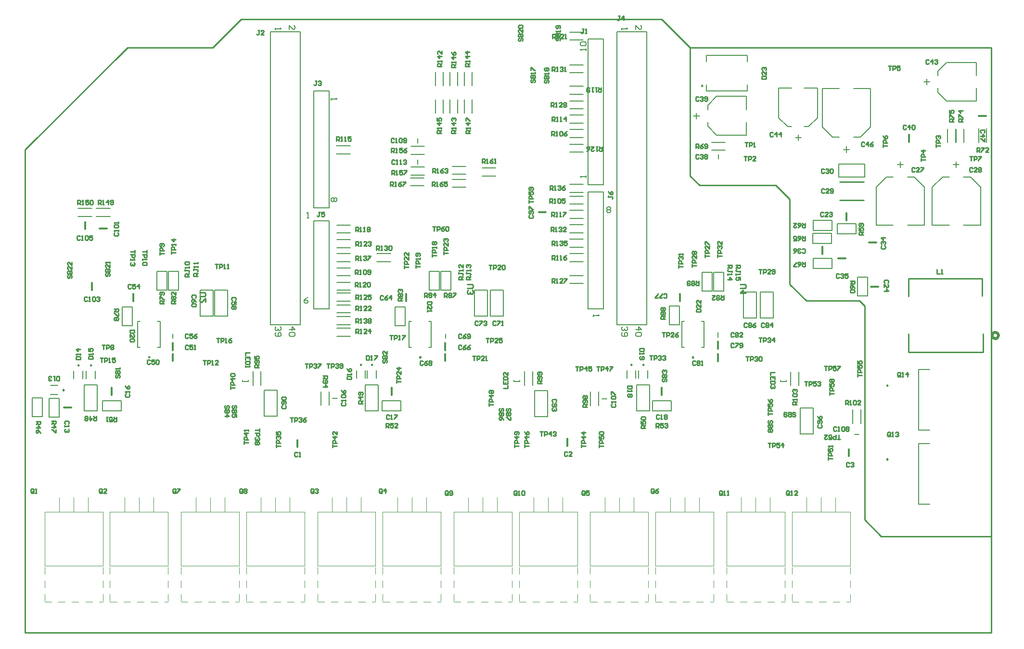
<source format=gto>
G04*
G04 #@! TF.GenerationSoftware,Altium Limited,Altium Designer,20.1.14 (287)*
G04*
G04 Layer_Color=65535*
%FSLAX25Y25*%
%MOIN*%
G70*
G04*
G04 #@! TF.SameCoordinates,F236638D-4B1B-45E3-9A0F-FA1DF93A8DFF*
G04*
G04*
G04 #@! TF.FilePolarity,Positive*
G04*
G01*
G75*
%ADD10C,0.00984*%
%ADD11C,0.01968*%
%ADD12C,0.01000*%
%ADD13C,0.00600*%
%ADD14C,0.00787*%
%ADD15C,0.01200*%
%ADD16C,0.00800*%
%ADD17C,0.00472*%
D10*
X37269Y185401D02*
X36531Y185827D01*
Y184975D01*
X37269Y185401D01*
X45909Y185401D02*
X45171Y185827D01*
Y184975D01*
X45909Y185401D01*
X597736Y120236D02*
X596998Y120662D01*
Y119810D01*
X597736Y120236D01*
X240556Y185728D02*
X239818Y186154D01*
Y185302D01*
X240556Y185728D01*
X420437Y185729D02*
X419699Y186155D01*
Y185302D01*
X420437Y185729D01*
X233090Y185728D02*
X232352Y186154D01*
Y185302D01*
X233090Y185728D01*
X469390Y379134D02*
X468652Y379560D01*
Y378708D01*
X469390Y379134D01*
X27087Y168283D02*
X26348Y168710D01*
Y167857D01*
X27087Y168283D01*
X597736Y171417D02*
X596998Y171844D01*
Y170991D01*
X597736Y171417D01*
X428642Y185728D02*
X427904Y186155D01*
Y185302D01*
X428642Y185728D01*
X86229Y191148D02*
X85490Y191574D01*
Y190722D01*
X86229Y191148D01*
X463091Y191043D02*
X462352Y191470D01*
Y190617D01*
X463091Y191043D01*
X274114Y191043D02*
X273376Y191470D01*
Y190617D01*
X274114Y191043D01*
D11*
X674146Y206000D02*
X673903Y206986D01*
X673230Y207746D01*
X672280Y208106D01*
X671273Y207983D01*
X670437Y207407D01*
X669965Y206508D01*
Y205492D01*
X670437Y204593D01*
X671273Y204016D01*
X672280Y203894D01*
X673230Y204254D01*
X673903Y205014D01*
X674146Y206000D01*
D12*
X581525Y78475D02*
Y222879D01*
Y78475D02*
X593071Y66929D01*
X581525Y222879D02*
Y226378D01*
X577903Y230000D02*
X581525Y226378D01*
X541205Y230000D02*
X577903D01*
X529591Y241614D02*
X541205Y230000D01*
X529591Y241614D02*
Y243762D01*
X467245Y309961D02*
X520000D01*
Y310000D01*
Y309961D02*
X529591Y300370D01*
Y241614D02*
Y300370D01*
X593071Y66929D02*
X606299D01*
X460630Y316575D02*
Y405512D01*
Y316575D02*
X467245Y309961D01*
X564286Y299828D02*
X581018D01*
X564286Y312623D02*
X581018D01*
X606299Y66929D02*
X669291D01*
X663525Y194500D02*
Y207000D01*
X612025Y194500D02*
X663525D01*
X612025D02*
Y207000D01*
Y233000D02*
Y245500D01*
X663025D01*
Y233500D02*
Y245500D01*
X123117Y188882D02*
X125117D01*
X124117D01*
Y185883D01*
X126116D02*
Y188882D01*
X127616D01*
X128116Y188382D01*
Y187382D01*
X127616Y186883D01*
X126116D01*
X129115Y185883D02*
X130115D01*
X129615D01*
Y188882D01*
X129115Y188382D01*
X133614Y185883D02*
X131614D01*
X133614Y187882D01*
Y188382D01*
X133114Y188882D01*
X132114D01*
X131614Y188382D01*
X553745Y184942D02*
X555744D01*
X554744D01*
Y181943D01*
X556744D02*
Y184942D01*
X558243D01*
X558743Y184442D01*
Y183442D01*
X558243Y182942D01*
X556744D01*
X561742Y184942D02*
X559743D01*
Y183442D01*
X560742Y183942D01*
X561242D01*
X561742Y183442D01*
Y182443D01*
X561242Y181943D01*
X560243D01*
X559743Y182443D01*
X562742Y184942D02*
X564741D01*
Y184442D01*
X562742Y182443D01*
Y181943D01*
X599299Y136500D02*
Y138499D01*
X598800Y138999D01*
X597800D01*
X597300Y138499D01*
Y136500D01*
X597800Y136000D01*
X598800D01*
X598300Y137000D02*
X599299Y136000D01*
X598800D02*
X599299Y136500D01*
X600299Y136000D02*
X601299D01*
X600799D01*
Y138999D01*
X600299Y138499D01*
X602798D02*
X603298Y138999D01*
X604298D01*
X604798Y138499D01*
Y137999D01*
X604298Y137499D01*
X603798D01*
X604298D01*
X604798Y137000D01*
Y136500D01*
X604298Y136000D01*
X603298D01*
X602798Y136500D01*
X282309Y281599D02*
X284309D01*
X283309D01*
Y278601D01*
X285308D02*
Y281599D01*
X286808D01*
X287308Y281100D01*
Y280100D01*
X286808Y279600D01*
X285308D01*
X290307Y281599D02*
X289307Y281100D01*
X288307Y280100D01*
Y279100D01*
X288807Y278601D01*
X289807D01*
X290307Y279100D01*
Y279600D01*
X289807Y280100D01*
X288307D01*
X291306Y281100D02*
X291806Y281599D01*
X292806D01*
X293306Y281100D01*
Y279100D01*
X292806Y278601D01*
X291806D01*
X291306Y279100D01*
Y281100D01*
X348894Y297651D02*
Y299651D01*
Y298651D01*
X351893D01*
Y300650D02*
X348894D01*
Y302150D01*
X349394Y302650D01*
X350394D01*
X350893Y302150D01*
Y300650D01*
X348894Y305649D02*
Y303649D01*
X350394D01*
X349894Y304649D01*
Y305149D01*
X350394Y305649D01*
X351393D01*
X351893Y305149D01*
Y304149D01*
X351393Y303649D01*
Y306648D02*
X351893Y307148D01*
Y308148D01*
X351393Y308648D01*
X349394D01*
X348894Y308148D01*
Y307148D01*
X349394Y306648D01*
X349894D01*
X350394Y307148D01*
Y308648D01*
X557220Y164837D02*
Y166837D01*
Y165837D01*
X560218D01*
Y167836D02*
X557220D01*
Y169336D01*
X557719Y169836D01*
X558719D01*
X559219Y169336D01*
Y167836D01*
X557220Y172835D02*
Y170835D01*
X558719D01*
X558219Y171835D01*
Y172335D01*
X558719Y172835D01*
X559719D01*
X560218Y172335D01*
Y171335D01*
X559719Y170835D01*
X557719Y173834D02*
X557220Y174334D01*
Y175334D01*
X557719Y175834D01*
X558219D01*
X558719Y175334D01*
X559219Y175834D01*
X559719D01*
X560218Y175334D01*
Y174334D01*
X559719Y173834D01*
X559219D01*
X558719Y174334D01*
X558219Y173834D01*
X557719D01*
X558719Y174334D02*
Y175334D01*
X514563Y150898D02*
Y152897D01*
Y151898D01*
X517562D01*
Y153897D02*
X514563D01*
Y155396D01*
X515063Y155896D01*
X516063D01*
X516563Y155396D01*
Y153897D01*
X514563Y158895D02*
Y156896D01*
X516063D01*
X515563Y157896D01*
Y158396D01*
X516063Y158895D01*
X517063D01*
X517562Y158396D01*
Y157396D01*
X517063Y156896D01*
X514563Y161894D02*
X515063Y160895D01*
X516063Y159895D01*
X517063D01*
X517562Y160395D01*
Y161395D01*
X517063Y161894D01*
X516563D01*
X516063Y161395D01*
Y159895D01*
X576641Y177573D02*
Y179572D01*
Y178572D01*
X579640D01*
Y180572D02*
X576641D01*
Y182071D01*
X577141Y182571D01*
X578140D01*
X578640Y182071D01*
Y180572D01*
X576641Y185570D02*
Y183571D01*
X578140D01*
X577641Y184570D01*
Y185070D01*
X578140Y185570D01*
X579140D01*
X579640Y185070D01*
Y184071D01*
X579140Y183571D01*
X576641Y188569D02*
Y186570D01*
X578140D01*
X577641Y187569D01*
Y188069D01*
X578140Y188569D01*
X579140D01*
X579640Y188069D01*
Y187070D01*
X579140Y186570D01*
X514502Y131500D02*
X516501D01*
X515501D01*
Y128500D01*
X517501D02*
Y131500D01*
X519000D01*
X519500Y131000D01*
Y130000D01*
X519000Y129500D01*
X517501D01*
X522499Y131500D02*
X520500D01*
Y130000D01*
X521499Y130500D01*
X521999D01*
X522499Y130000D01*
Y129000D01*
X521999Y128500D01*
X521000D01*
X520500Y129000D01*
X524998Y128500D02*
Y131500D01*
X523499Y130000D01*
X525498D01*
X539777Y174285D02*
X541777D01*
X540777D01*
Y171286D01*
X542776D02*
Y174285D01*
X544276D01*
X544776Y173785D01*
Y172785D01*
X544276Y172285D01*
X542776D01*
X547775Y174285D02*
X545775D01*
Y172785D01*
X546775Y173285D01*
X547275D01*
X547775Y172785D01*
Y171786D01*
X547275Y171286D01*
X546275D01*
X545775Y171786D01*
X548774Y173785D02*
X549274Y174285D01*
X550274D01*
X550774Y173785D01*
Y173285D01*
X550274Y172785D01*
X549774D01*
X550274D01*
X550774Y172285D01*
Y171786D01*
X550274Y171286D01*
X549274D01*
X548774Y171786D01*
X564745Y134127D02*
X562746D01*
X563745D01*
Y137126D01*
X561746D02*
Y134127D01*
X560247D01*
X559747Y134627D01*
Y135626D01*
X560247Y136126D01*
X561746D01*
X556748Y134127D02*
X558747D01*
Y135626D01*
X557747Y135126D01*
X557247D01*
X556748Y135626D01*
Y136626D01*
X557247Y137126D01*
X558247D01*
X558747Y136626D01*
X553749Y137126D02*
X555748D01*
X553749Y135126D01*
Y134627D01*
X554249Y134127D01*
X555248D01*
X555748Y134627D01*
X556377Y119817D02*
Y121817D01*
Y120817D01*
X559376D01*
Y122816D02*
X556377D01*
Y124316D01*
X556877Y124815D01*
X557877D01*
X558377Y124316D01*
Y122816D01*
X556377Y127815D02*
Y125815D01*
X557877D01*
X557377Y126815D01*
Y127315D01*
X557877Y127815D01*
X558877D01*
X559376Y127315D01*
Y126315D01*
X558877Y125815D01*
X559376Y128814D02*
Y129814D01*
Y129314D01*
X556377D01*
X556877Y128814D01*
X397657Y128297D02*
Y130296D01*
Y129297D01*
X400656D01*
Y131296D02*
X397657D01*
Y132796D01*
X398157Y133295D01*
X399157D01*
X399657Y132796D01*
Y131296D01*
X397657Y136294D02*
Y134295D01*
X399157D01*
X398657Y135295D01*
Y135795D01*
X399157Y136294D01*
X400156D01*
X400656Y135795D01*
Y134795D01*
X400156Y134295D01*
X398157Y137294D02*
X397657Y137794D01*
Y138794D01*
X398157Y139293D01*
X400156D01*
X400656Y138794D01*
Y137794D01*
X400156Y137294D01*
X398157D01*
X338970Y128360D02*
Y130359D01*
Y129360D01*
X341969D01*
Y131359D02*
X338970D01*
Y132859D01*
X339470Y133358D01*
X340470D01*
X340970Y132859D01*
Y131359D01*
X341969Y135858D02*
X338970D01*
X340470Y134358D01*
Y136357D01*
X341470Y137357D02*
X341969Y137857D01*
Y138857D01*
X341470Y139357D01*
X339470D01*
X338970Y138857D01*
Y137857D01*
X339470Y137357D01*
X339970D01*
X340470Y137857D01*
Y139357D01*
X321335Y157098D02*
Y159097D01*
Y158098D01*
X324334D01*
Y160097D02*
X321335D01*
Y161596D01*
X321835Y162096D01*
X322835D01*
X323335Y161596D01*
Y160097D01*
X324334Y164595D02*
X321335D01*
X322835Y163096D01*
Y165095D01*
X321835Y166095D02*
X321335Y166595D01*
Y167595D01*
X321835Y168094D01*
X322335D01*
X322835Y167595D01*
X323335Y168094D01*
X323834D01*
X324334Y167595D01*
Y166595D01*
X323834Y166095D01*
X323335D01*
X322835Y166595D01*
X322335Y166095D01*
X321835D01*
X322835Y166595D02*
Y167595D01*
X395828Y184570D02*
X397828D01*
X396828D01*
Y181571D01*
X398827D02*
Y184570D01*
X400327D01*
X400827Y184071D01*
Y183071D01*
X400327Y182571D01*
X398827D01*
X403326Y181571D02*
Y184570D01*
X401826Y183071D01*
X403826D01*
X404825Y184570D02*
X406825D01*
Y184071D01*
X404825Y182071D01*
Y181571D01*
X345848Y128360D02*
Y130359D01*
Y129360D01*
X348848D01*
Y131359D02*
X345848D01*
Y132859D01*
X346348Y133358D01*
X347348D01*
X347848Y132859D01*
Y131359D01*
X348848Y135858D02*
X345848D01*
X347348Y134358D01*
Y136357D01*
X345848Y139357D02*
X346348Y138357D01*
X347348Y137357D01*
X348348D01*
X348848Y137857D01*
Y138857D01*
X348348Y139357D01*
X347848D01*
X347348Y138857D01*
Y137357D01*
X381413Y184570D02*
X383412D01*
X382412D01*
Y181571D01*
X384412D02*
Y184570D01*
X385911D01*
X386411Y184071D01*
Y183071D01*
X385911Y182571D01*
X384412D01*
X388910Y181571D02*
Y184570D01*
X387411Y183071D01*
X389410D01*
X392409Y184570D02*
X390410D01*
Y183071D01*
X391409Y183571D01*
X391909D01*
X392409Y183071D01*
Y182071D01*
X391909Y181571D01*
X390910D01*
X390410Y182071D01*
X385411Y128360D02*
Y130359D01*
Y129360D01*
X388410D01*
Y131359D02*
X385411D01*
Y132859D01*
X385911Y133358D01*
X386911D01*
X387411Y132859D01*
Y131359D01*
X388410Y135858D02*
X385411D01*
X386911Y134358D01*
Y136357D01*
X388410Y138857D02*
X385411D01*
X386911Y137357D01*
Y139357D01*
X356707Y139295D02*
X358706D01*
X357706D01*
Y136296D01*
X359705D02*
Y139295D01*
X361205D01*
X361705Y138795D01*
Y137795D01*
X361205Y137295D01*
X359705D01*
X364204Y136296D02*
Y139295D01*
X362705Y137795D01*
X364704D01*
X365704Y138795D02*
X366203Y139295D01*
X367203D01*
X367703Y138795D01*
Y138295D01*
X367203Y137795D01*
X366703D01*
X367203D01*
X367703Y137295D01*
Y136796D01*
X367203Y136296D01*
X366203D01*
X365704Y136796D01*
X213067Y128360D02*
Y130359D01*
Y129360D01*
X216066D01*
Y131359D02*
X213067D01*
Y132859D01*
X213567Y133358D01*
X214567D01*
X215067Y132859D01*
Y131359D01*
X216066Y135857D02*
X213067D01*
X214567Y134358D01*
Y136357D01*
X216066Y139356D02*
Y137357D01*
X214067Y139356D01*
X213567D01*
X213067Y138856D01*
Y137857D01*
X213567Y137357D01*
X151713Y130828D02*
Y132828D01*
Y131828D01*
X154712D01*
Y133827D02*
X151713D01*
Y135327D01*
X152213Y135827D01*
X153213D01*
X153713Y135327D01*
Y133827D01*
X154712Y138326D02*
X151713D01*
X153213Y136826D01*
Y138826D01*
X154712Y139825D02*
Y140825D01*
Y140325D01*
X151713D01*
X152213Y139825D01*
X142201Y168730D02*
Y170729D01*
Y169730D01*
X145200D01*
Y171729D02*
X142201D01*
Y173229D01*
X142701Y173729D01*
X143701D01*
X144201Y173229D01*
Y171729D01*
X145200Y176228D02*
X142201D01*
X143701Y174728D01*
Y176727D01*
X142701Y177727D02*
X142201Y178227D01*
Y179227D01*
X142701Y179727D01*
X144700D01*
X145200Y179227D01*
Y178227D01*
X144700Y177727D01*
X142701D01*
X209069Y186539D02*
X211068D01*
X210068D01*
Y183540D01*
X212068D02*
Y186539D01*
X213567D01*
X214067Y186039D01*
Y185039D01*
X213567Y184539D01*
X212068D01*
X215067Y186039D02*
X215567Y186539D01*
X216566D01*
X217066Y186039D01*
Y185539D01*
X216566Y185039D01*
X216066D01*
X216566D01*
X217066Y184539D01*
Y184040D01*
X216566Y183540D01*
X215567D01*
X215067Y184040D01*
X218066D02*
X218566Y183540D01*
X219565D01*
X220065Y184040D01*
Y186039D01*
X219565Y186539D01*
X218566D01*
X218066Y186039D01*
Y185539D01*
X218566Y185039D01*
X220065D01*
X162116Y141325D02*
Y139326D01*
Y140325D01*
X159117D01*
Y138326D02*
X162116D01*
Y136826D01*
X161616Y136327D01*
X160617D01*
X160117Y136826D01*
Y138326D01*
X161616Y135327D02*
X162116Y134827D01*
Y133827D01*
X161616Y133328D01*
X161117D01*
X160617Y133827D01*
Y134327D01*
Y133827D01*
X160117Y133328D01*
X159617D01*
X159117Y133827D01*
Y134827D01*
X159617Y135327D01*
X161616Y132328D02*
X162116Y131828D01*
Y130828D01*
X161616Y130329D01*
X161117D01*
X160617Y130828D01*
X160117Y130329D01*
X159617D01*
X159117Y130828D01*
Y131828D01*
X159617Y132328D01*
X160117D01*
X160617Y131828D01*
X161117Y132328D01*
X161616D01*
X160617Y131828D02*
Y130828D01*
X193911Y186539D02*
X195910D01*
X194911D01*
Y183540D01*
X196910D02*
Y186539D01*
X198410D01*
X198909Y186039D01*
Y185039D01*
X198410Y184539D01*
X196910D01*
X199909Y186039D02*
X200409Y186539D01*
X201409D01*
X201908Y186039D01*
Y185539D01*
X201409Y185039D01*
X200909D01*
X201409D01*
X201908Y184539D01*
Y184040D01*
X201409Y183540D01*
X200409D01*
X199909Y184040D01*
X202908Y186539D02*
X204907D01*
Y186039D01*
X202908Y184040D01*
Y183540D01*
X183478Y149137D02*
X185477D01*
X184478D01*
Y146138D01*
X186477D02*
Y149137D01*
X187977D01*
X188477Y148637D01*
Y147638D01*
X187977Y147138D01*
X186477D01*
X189476Y148637D02*
X189976Y149137D01*
X190976D01*
X191476Y148637D01*
Y148138D01*
X190976Y147638D01*
X190476D01*
X190976D01*
X191476Y147138D01*
Y146638D01*
X190976Y146138D01*
X189976D01*
X189476Y146638D01*
X194475Y149137D02*
X193475Y148637D01*
X192475Y147638D01*
Y146638D01*
X192975Y146138D01*
X193975D01*
X194475Y146638D01*
Y147138D01*
X193975Y147638D01*
X192475D01*
X173776Y128360D02*
Y130359D01*
Y129360D01*
X176775D01*
Y131359D02*
X173776D01*
Y132859D01*
X174276Y133358D01*
X175276D01*
X175775Y132859D01*
Y131359D01*
X174276Y134358D02*
X173776Y134858D01*
Y135858D01*
X174276Y136357D01*
X174776D01*
X175276Y135858D01*
Y135358D01*
Y135858D01*
X175775Y136357D01*
X176275D01*
X176775Y135858D01*
Y134858D01*
X176275Y134358D01*
X173776Y139357D02*
Y137357D01*
X175276D01*
X174776Y138357D01*
Y138857D01*
X175276Y139357D01*
X176275D01*
X176775Y138857D01*
Y137857D01*
X176275Y137357D01*
X508360Y204350D02*
X510359D01*
X509360D01*
Y201351D01*
X511359D02*
Y204350D01*
X512858D01*
X513358Y203850D01*
Y202850D01*
X512858Y202351D01*
X511359D01*
X514358Y203850D02*
X514858Y204350D01*
X515857D01*
X516357Y203850D01*
Y203350D01*
X515857Y202850D01*
X515357D01*
X515857D01*
X516357Y202351D01*
Y201851D01*
X515857Y201351D01*
X514858D01*
X514358Y201851D01*
X518856Y201351D02*
Y204350D01*
X517357Y202850D01*
X519356D01*
X432447Y192071D02*
X434446D01*
X433447D01*
Y189072D01*
X435446D02*
Y192071D01*
X436945D01*
X437445Y191571D01*
Y190571D01*
X436945Y190072D01*
X435446D01*
X438445Y191571D02*
X438945Y192071D01*
X439944D01*
X440444Y191571D01*
Y191071D01*
X439944Y190571D01*
X439444D01*
X439944D01*
X440444Y190072D01*
Y189572D01*
X439944Y189072D01*
X438945D01*
X438445Y189572D01*
X441444Y191571D02*
X441944Y192071D01*
X442943D01*
X443443Y191571D01*
Y191071D01*
X442943Y190571D01*
X442444D01*
X442943D01*
X443443Y190072D01*
Y189572D01*
X442943Y189072D01*
X441944D01*
X441444Y189572D01*
X479520Y260250D02*
Y262249D01*
Y261249D01*
X482519D01*
Y263249D02*
X479520D01*
Y264748D01*
X480020Y265248D01*
X481020D01*
X481520Y264748D01*
Y263249D01*
X480020Y266248D02*
X479520Y266748D01*
Y267747D01*
X480020Y268247D01*
X480520D01*
X481020Y267747D01*
Y267248D01*
Y267747D01*
X481520Y268247D01*
X482019D01*
X482519Y267747D01*
Y266748D01*
X482019Y266248D01*
X482519Y271246D02*
Y269247D01*
X480520Y271246D01*
X480020D01*
X479520Y270746D01*
Y269747D01*
X480020Y269247D01*
X452609Y252836D02*
Y254836D01*
Y253836D01*
X455608D01*
Y255835D02*
X452609D01*
Y257335D01*
X453109Y257835D01*
X454109D01*
X454609Y257335D01*
Y255835D01*
X453109Y258834D02*
X452609Y259334D01*
Y260334D01*
X453109Y260834D01*
X453609D01*
X454109Y260334D01*
Y259834D01*
Y260334D01*
X454609Y260834D01*
X455108D01*
X455608Y260334D01*
Y259334D01*
X455108Y258834D01*
X455608Y261833D02*
Y262833D01*
Y262333D01*
X452609D01*
X453109Y261833D01*
X499366Y191400D02*
X501366D01*
X500366D01*
Y188401D01*
X502365D02*
Y191400D01*
X503865D01*
X504365Y190901D01*
Y189901D01*
X503865Y189401D01*
X502365D01*
X505364Y190901D02*
X505864Y191400D01*
X506864D01*
X507364Y190901D01*
Y190401D01*
X506864Y189901D01*
X506364D01*
X506864D01*
X507364Y189401D01*
Y188901D01*
X506864Y188401D01*
X505864D01*
X505364Y188901D01*
X508363Y190901D02*
X508863Y191400D01*
X509863D01*
X510363Y190901D01*
Y188901D01*
X509863Y188401D01*
X508863D01*
X508363Y188901D01*
Y190901D01*
X508360Y251909D02*
X510359D01*
X509360D01*
Y248910D01*
X511359D02*
Y251909D01*
X512858D01*
X513358Y251409D01*
Y250410D01*
X512858Y249910D01*
X511359D01*
X516357Y248910D02*
X514358D01*
X516357Y250909D01*
Y251409D01*
X515857Y251909D01*
X514858D01*
X514358Y251409D01*
X517357Y249410D02*
X517857Y248910D01*
X518856D01*
X519356Y249410D01*
Y251409D01*
X518856Y251909D01*
X517857D01*
X517357Y251409D01*
Y250909D01*
X517857Y250410D01*
X519356D01*
X461944Y253396D02*
Y255395D01*
Y254395D01*
X464944D01*
Y256395D02*
X461944D01*
Y257894D01*
X462444Y258394D01*
X463444D01*
X463944Y257894D01*
Y256395D01*
X464944Y261393D02*
Y259394D01*
X462944Y261393D01*
X462444D01*
X461944Y260893D01*
Y259894D01*
X462444Y259394D01*
Y262393D02*
X461944Y262893D01*
Y263892D01*
X462444Y264392D01*
X462944D01*
X463444Y263892D01*
X463944Y264392D01*
X464444D01*
X464944Y263892D01*
Y262893D01*
X464444Y262393D01*
X463944D01*
X463444Y262893D01*
X462944Y262393D01*
X462444D01*
X463444Y262893D02*
Y263892D01*
X470941Y260250D02*
Y262249D01*
Y261249D01*
X473940D01*
Y263249D02*
X470941D01*
Y264748D01*
X471441Y265248D01*
X472441D01*
X472941Y264748D01*
Y263249D01*
X473940Y268247D02*
Y266248D01*
X471941Y268247D01*
X471441D01*
X470941Y267747D01*
Y266748D01*
X471441Y266248D01*
X470941Y269247D02*
Y271246D01*
X471441D01*
X473441Y269247D01*
X473940D01*
X441352Y208000D02*
X443352D01*
X442352D01*
Y205001D01*
X444351D02*
Y208000D01*
X445851D01*
X446351Y207500D01*
Y206500D01*
X445851Y206000D01*
X444351D01*
X449350Y205001D02*
X447350D01*
X449350Y207000D01*
Y207500D01*
X448850Y208000D01*
X447850D01*
X447350Y207500D01*
X452349Y208000D02*
X451349Y207500D01*
X450349Y206500D01*
Y205501D01*
X450849Y205001D01*
X451849D01*
X452349Y205501D01*
Y206000D01*
X451849Y206500D01*
X450349D01*
X319305Y204255D02*
X321304D01*
X320305D01*
Y201256D01*
X322304D02*
Y204255D01*
X323803D01*
X324303Y203756D01*
Y202756D01*
X323803Y202256D01*
X322304D01*
X327302Y201256D02*
X325303D01*
X327302Y203256D01*
Y203756D01*
X326802Y204255D01*
X325803D01*
X325303Y203756D01*
X330301Y204255D02*
X328302D01*
Y202756D01*
X329302Y203256D01*
X329802D01*
X330301Y202756D01*
Y201756D01*
X329802Y201256D01*
X328802D01*
X328302Y201756D01*
X257374Y173011D02*
Y175010D01*
Y174010D01*
X260373D01*
Y176010D02*
X257374D01*
Y177509D01*
X257874Y178009D01*
X258874D01*
X259374Y177509D01*
Y176010D01*
X260373Y181008D02*
Y179009D01*
X258374Y181008D01*
X257874D01*
X257374Y180508D01*
Y179509D01*
X257874Y179009D01*
X260373Y183507D02*
X257374D01*
X258874Y182008D01*
Y184007D01*
X289839Y262218D02*
Y264218D01*
Y263218D01*
X292838D01*
Y265217D02*
X289839D01*
Y266717D01*
X290339Y267217D01*
X291338D01*
X291838Y266717D01*
Y265217D01*
X292838Y270216D02*
Y268216D01*
X290839Y270216D01*
X290339D01*
X289839Y269716D01*
Y268716D01*
X290339Y268216D01*
Y271216D02*
X289839Y271715D01*
Y272715D01*
X290339Y273215D01*
X290839D01*
X291338Y272715D01*
Y272215D01*
Y272715D01*
X291838Y273215D01*
X292338D01*
X292838Y272715D01*
Y271715D01*
X292338Y271216D01*
X262524Y252376D02*
Y254375D01*
Y253376D01*
X265523D01*
Y255375D02*
X262524D01*
Y256874D01*
X263024Y257374D01*
X264023D01*
X264523Y256874D01*
Y255375D01*
X265523Y260373D02*
Y258374D01*
X263524Y260373D01*
X263024D01*
X262524Y259873D01*
Y258874D01*
X263024Y258374D01*
X265523Y263372D02*
Y261373D01*
X263524Y263372D01*
X263024D01*
X262524Y262872D01*
Y261873D01*
X263024Y261373D01*
X309899Y191930D02*
X311899D01*
X310899D01*
Y188931D01*
X312898D02*
Y191930D01*
X314398D01*
X314898Y191430D01*
Y190431D01*
X314398Y189931D01*
X312898D01*
X317897Y188931D02*
X315897D01*
X317897Y190930D01*
Y191430D01*
X317397Y191930D01*
X316397D01*
X315897Y191430D01*
X318896Y188931D02*
X319896D01*
X319396D01*
Y191930D01*
X318896Y191430D01*
X321388Y254897D02*
X323387D01*
X322387D01*
Y251898D01*
X324387D02*
Y254897D01*
X325886D01*
X326386Y254397D01*
Y253397D01*
X325886Y252897D01*
X324387D01*
X329385Y251898D02*
X327386D01*
X329385Y253897D01*
Y254397D01*
X328885Y254897D01*
X327886D01*
X327386Y254397D01*
X330385D02*
X330885Y254897D01*
X331884D01*
X332384Y254397D01*
Y252397D01*
X331884Y251898D01*
X330885D01*
X330385Y252397D01*
Y254397D01*
X270449Y252626D02*
Y254625D01*
Y253625D01*
X273448D01*
Y255625D02*
X270449D01*
Y257124D01*
X270949Y257624D01*
X271949D01*
X272449Y257124D01*
Y255625D01*
X273448Y258624D02*
Y259624D01*
Y259124D01*
X270449D01*
X270949Y258624D01*
X272949Y261123D02*
X273448Y261623D01*
Y262622D01*
X272949Y263122D01*
X270949D01*
X270449Y262622D01*
Y261623D01*
X270949Y261123D01*
X271449D01*
X271949Y261623D01*
Y263122D01*
X281839Y260500D02*
Y262499D01*
Y261499D01*
X284838D01*
Y263499D02*
X281839D01*
Y264998D01*
X282339Y265498D01*
X283339D01*
X283839Y264998D01*
Y263499D01*
X284838Y266498D02*
Y267497D01*
Y266998D01*
X281839D01*
X282339Y266498D01*
Y268997D02*
X281839Y269497D01*
Y270497D01*
X282339Y270996D01*
X282839D01*
X283339Y270497D01*
X283839Y270996D01*
X284338D01*
X284838Y270497D01*
Y269497D01*
X284338Y268997D01*
X283839D01*
X283339Y269497D01*
X282839Y268997D01*
X282339D01*
X283339Y269497D02*
Y270497D01*
X252626Y206224D02*
X254625D01*
X253625D01*
Y203225D01*
X255625D02*
Y206224D01*
X257124D01*
X257624Y205724D01*
Y204724D01*
X257124Y204225D01*
X255625D01*
X258624Y203225D02*
X259624D01*
X259124D01*
Y206224D01*
X258624Y205724D01*
X261123Y206224D02*
X263122D01*
Y205724D01*
X261123Y203725D01*
Y203225D01*
X132547Y204255D02*
X134546D01*
X133547D01*
Y201256D01*
X135546D02*
Y204255D01*
X137046D01*
X137545Y203756D01*
Y202756D01*
X137046Y202256D01*
X135546D01*
X138545Y201256D02*
X139545D01*
X139045D01*
Y204255D01*
X138545Y203756D01*
X143044Y204255D02*
X142044Y203756D01*
X141044Y202756D01*
Y201756D01*
X141544Y201256D01*
X142544D01*
X143044Y201756D01*
Y202256D01*
X142544Y202756D01*
X141044D01*
X51838Y190476D02*
X53838D01*
X52838D01*
Y187477D01*
X54837D02*
Y190476D01*
X56337D01*
X56837Y189976D01*
Y188976D01*
X56337Y188476D01*
X54837D01*
X57836Y187477D02*
X58836D01*
X58336D01*
Y190476D01*
X57836Y189976D01*
X62335Y190476D02*
X60335D01*
Y188976D01*
X61335Y189476D01*
X61835D01*
X62335Y188976D01*
Y187977D01*
X61835Y187477D01*
X60835D01*
X60335Y187977D01*
X101426Y262468D02*
Y264468D01*
Y263468D01*
X104425D01*
Y265467D02*
X101426D01*
Y266967D01*
X101926Y267467D01*
X102925D01*
X103425Y266967D01*
Y265467D01*
X104425Y268466D02*
Y269466D01*
Y268966D01*
X101426D01*
X101926Y268466D01*
X104425Y272465D02*
X101426D01*
X102925Y270966D01*
Y272965D01*
X75809Y265091D02*
Y263091D01*
Y264091D01*
X72810D01*
Y262092D02*
X75809D01*
Y260592D01*
X75309Y260092D01*
X74309D01*
X73809Y260592D01*
Y262092D01*
X72810Y259093D02*
Y258093D01*
Y258593D01*
X75809D01*
X75309Y259093D01*
Y256594D02*
X75809Y256094D01*
Y255094D01*
X75309Y254594D01*
X74809D01*
X74309Y255094D01*
Y255594D01*
Y255094D01*
X73809Y254594D01*
X73309D01*
X72810Y255094D01*
Y256094D01*
X73309Y256594D01*
X131520Y255436D02*
X133520D01*
X132520D01*
Y252437D01*
X134519D02*
Y255436D01*
X136019D01*
X136519Y254937D01*
Y253937D01*
X136019Y253437D01*
X134519D01*
X137518Y252437D02*
X138518D01*
X138018D01*
Y255436D01*
X137518Y254937D01*
X140017Y252437D02*
X141017D01*
X140517D01*
Y255436D01*
X140017Y254937D01*
X84366Y265209D02*
Y263210D01*
Y264209D01*
X81367D01*
Y262210D02*
X84366D01*
Y260710D01*
X83866Y260210D01*
X82866D01*
X82366Y260710D01*
Y262210D01*
X81367Y259211D02*
Y258211D01*
Y258711D01*
X84366D01*
X83866Y259211D01*
Y256712D02*
X84366Y256212D01*
Y255212D01*
X83866Y254712D01*
X81866D01*
X81367Y255212D01*
Y256212D01*
X81866Y256712D01*
X83866D01*
X93226Y261749D02*
Y263749D01*
Y262749D01*
X96225D01*
Y264748D02*
X93226D01*
Y266248D01*
X93726Y266748D01*
X94726D01*
X95226Y266248D01*
Y264748D01*
X95725Y267747D02*
X96225Y268247D01*
Y269247D01*
X95725Y269747D01*
X93726D01*
X93226Y269247D01*
Y268247D01*
X93726Y267747D01*
X94226D01*
X94726Y268247D01*
Y269747D01*
X53245Y199334D02*
X55245D01*
X54245D01*
Y196335D01*
X56244D02*
Y199334D01*
X57744D01*
X58244Y198834D01*
Y197835D01*
X57744Y197335D01*
X56244D01*
X59244Y198834D02*
X59743Y199334D01*
X60743D01*
X61243Y198834D01*
Y198334D01*
X60743Y197835D01*
X61243Y197335D01*
Y196835D01*
X60743Y196335D01*
X59743D01*
X59244Y196835D01*
Y197335D01*
X59743Y197835D01*
X59244Y198334D01*
Y198834D01*
X59743Y197835D02*
X60743D01*
X654219Y330240D02*
X656219D01*
X655219D01*
Y327241D01*
X657218D02*
Y330240D01*
X658718D01*
X659218Y329740D01*
Y328740D01*
X658718Y328240D01*
X657218D01*
X660218Y330240D02*
X662217D01*
Y329740D01*
X660218Y327741D01*
Y327241D01*
X594184Y336490D02*
Y338489D01*
Y337489D01*
X597183D01*
Y339489D02*
X594184D01*
Y340988D01*
X594684Y341488D01*
X595683D01*
X596183Y340988D01*
Y339489D01*
X594184Y344487D02*
X594684Y343487D01*
X595683Y342488D01*
X596683D01*
X597183Y342987D01*
Y343987D01*
X596683Y344487D01*
X596183D01*
X595683Y343987D01*
Y342488D01*
X598026Y392815D02*
X600025D01*
X599026D01*
Y389816D01*
X601025D02*
Y392815D01*
X602525D01*
X603024Y392316D01*
Y391316D01*
X602525Y390816D01*
X601025D01*
X606023Y392815D02*
X604024D01*
Y391316D01*
X605024Y391816D01*
X605523D01*
X606023Y391316D01*
Y390316D01*
X605523Y389816D01*
X604524D01*
X604024Y390316D01*
X620674Y326710D02*
Y328709D01*
Y327710D01*
X623673D01*
Y329709D02*
X620674D01*
Y331208D01*
X621173Y331708D01*
X622173D01*
X622673Y331208D01*
Y329709D01*
X623673Y334208D02*
X620674D01*
X622173Y332708D01*
Y334707D01*
X630995Y336552D02*
Y338552D01*
Y337552D01*
X633993D01*
Y339551D02*
X630995D01*
Y341051D01*
X631494Y341551D01*
X632494D01*
X632994Y341051D01*
Y339551D01*
X631494Y342550D02*
X630995Y343050D01*
Y344050D01*
X631494Y344550D01*
X631994D01*
X632494Y344050D01*
Y343550D01*
Y344050D01*
X632994Y344550D01*
X633494D01*
X633993Y344050D01*
Y343050D01*
X633494Y342550D01*
X497970Y330240D02*
X499969D01*
X498970D01*
Y327241D01*
X500969D02*
Y330240D01*
X502468D01*
X502968Y329740D01*
Y328740D01*
X502468Y328240D01*
X500969D01*
X505967Y327241D02*
X503968D01*
X505967Y329240D01*
Y329740D01*
X505467Y330240D01*
X504468D01*
X503968Y329740D01*
X498470Y339639D02*
X500469D01*
X499469D01*
Y336640D01*
X501469D02*
Y339639D01*
X502968D01*
X503468Y339139D01*
Y338140D01*
X502968Y337640D01*
X501469D01*
X504468Y336640D02*
X505467D01*
X504967D01*
Y339639D01*
X504468Y339139D01*
X29830Y247871D02*
X29330Y247371D01*
Y246372D01*
X29830Y245872D01*
X30329D01*
X30829Y246372D01*
Y247371D01*
X31329Y247871D01*
X31829D01*
X32329Y247371D01*
Y246372D01*
X31829Y245872D01*
X29330Y248871D02*
X32329D01*
Y250370D01*
X31829Y250870D01*
X31329D01*
X30829Y250370D01*
Y248871D01*
Y250370D01*
X30329Y250870D01*
X29830D01*
X29330Y250370D01*
Y248871D01*
X32329Y253869D02*
Y251870D01*
X30329Y253869D01*
X29830D01*
X29330Y253369D01*
Y252370D01*
X29830Y251870D01*
X32329Y256868D02*
Y254869D01*
X30329Y256868D01*
X29830D01*
X29330Y256368D01*
Y255369D01*
X29830Y254869D01*
X56131Y249257D02*
X55631Y248758D01*
Y247758D01*
X56131Y247258D01*
X56631D01*
X57131Y247758D01*
Y248758D01*
X57630Y249257D01*
X58130D01*
X58630Y248758D01*
Y247758D01*
X58130Y247258D01*
X55631Y250257D02*
X58630D01*
Y251757D01*
X58130Y252256D01*
X57630D01*
X57131Y251757D01*
Y250257D01*
Y251757D01*
X56631Y252256D01*
X56131D01*
X55631Y251757D01*
Y250257D01*
X58630Y255256D02*
Y253256D01*
X56631Y255256D01*
X56131D01*
X55631Y254756D01*
Y253756D01*
X56131Y253256D01*
X58630Y256255D02*
Y257255D01*
Y256755D01*
X55631D01*
X56131Y256255D01*
X342187Y412027D02*
X341687Y411527D01*
Y410528D01*
X342187Y410028D01*
X342687D01*
X343187Y410528D01*
Y411527D01*
X343687Y412027D01*
X344186D01*
X344686Y411527D01*
Y410528D01*
X344186Y410028D01*
X341687Y413027D02*
X344686D01*
Y414527D01*
X344186Y415026D01*
X343687D01*
X343187Y414527D01*
Y413027D01*
Y414527D01*
X342687Y415026D01*
X342187D01*
X341687Y414527D01*
Y413027D01*
X344686Y418025D02*
Y416026D01*
X342687Y418025D01*
X342187D01*
X341687Y417526D01*
Y416526D01*
X342187Y416026D01*
Y419025D02*
X341687Y419525D01*
Y420525D01*
X342187Y421024D01*
X344186D01*
X344686Y420525D01*
Y419525D01*
X344186Y419025D01*
X342187D01*
X368112Y412329D02*
X367612Y411829D01*
Y410829D01*
X368112Y410329D01*
X368612D01*
X369111Y410829D01*
Y411829D01*
X369611Y412329D01*
X370111D01*
X370611Y411829D01*
Y410829D01*
X370111Y410329D01*
X367612Y413329D02*
X370611D01*
Y414828D01*
X370111Y415328D01*
X369611D01*
X369111Y414828D01*
Y413329D01*
Y414828D01*
X368612Y415328D01*
X368112D01*
X367612Y414828D01*
Y413329D01*
X370611Y416327D02*
Y417327D01*
Y416827D01*
X367612D01*
X368112Y416327D01*
X370111Y418827D02*
X370611Y419327D01*
Y420326D01*
X370111Y420826D01*
X368112D01*
X367612Y420326D01*
Y419327D01*
X368112Y418827D01*
X368612D01*
X369111Y419327D01*
Y420826D01*
X360131Y383042D02*
X359631Y382542D01*
Y381542D01*
X360131Y381042D01*
X360630D01*
X361130Y381542D01*
Y382542D01*
X361630Y383042D01*
X362130D01*
X362630Y382542D01*
Y381542D01*
X362130Y381042D01*
X359631Y384041D02*
X362630D01*
Y385541D01*
X362130Y386041D01*
X361630D01*
X361130Y385541D01*
Y384041D01*
Y385541D01*
X360630Y386041D01*
X360131D01*
X359631Y385541D01*
Y384041D01*
X362630Y387040D02*
Y388040D01*
Y387540D01*
X359631D01*
X360131Y387040D01*
Y389540D02*
X359631Y390039D01*
Y391039D01*
X360131Y391539D01*
X360630D01*
X361130Y391039D01*
X361630Y391539D01*
X362130D01*
X362630Y391039D01*
Y390039D01*
X362130Y389540D01*
X361630D01*
X361130Y390039D01*
X360630Y389540D01*
X360131D01*
X361130Y390039D02*
Y391039D01*
X350748Y383336D02*
X350248Y382836D01*
Y381837D01*
X350748Y381337D01*
X351248D01*
X351747Y381837D01*
Y382836D01*
X352247Y383336D01*
X352747D01*
X353247Y382836D01*
Y381837D01*
X352747Y381337D01*
X350248Y384336D02*
X353247D01*
Y385835D01*
X352747Y386335D01*
X352247D01*
X351747Y385835D01*
Y384336D01*
Y385835D01*
X351248Y386335D01*
X350748D01*
X350248Y385835D01*
Y384336D01*
X353247Y387335D02*
Y388334D01*
Y387835D01*
X350248D01*
X350748Y387335D01*
X350248Y389834D02*
Y391833D01*
X350748D01*
X352747Y389834D01*
X353247D01*
X531495Y150418D02*
X531995Y149918D01*
X532995D01*
X533495Y150418D01*
Y150917D01*
X532995Y151417D01*
X531995D01*
X531495Y151917D01*
Y152417D01*
X531995Y152917D01*
X532995D01*
X533495Y152417D01*
X530496Y149918D02*
Y152917D01*
X528996D01*
X528496Y152417D01*
Y151917D01*
X528996Y151417D01*
X530496D01*
X528996D01*
X528496Y150917D01*
Y150418D01*
X528996Y149918D01*
X530496D01*
X527497Y152417D02*
X526997Y152917D01*
X525997D01*
X525497Y152417D01*
Y150418D01*
X525997Y149918D01*
X526997D01*
X527497Y150418D01*
Y150917D01*
X526997Y151417D01*
X525497D01*
X517063Y145177D02*
X517562Y145677D01*
Y146677D01*
X517063Y147177D01*
X516563D01*
X516063Y146677D01*
Y145677D01*
X515563Y145177D01*
X515063D01*
X514563Y145677D01*
Y146677D01*
X515063Y147177D01*
X517562Y144178D02*
X514563D01*
Y142678D01*
X515063Y142178D01*
X515563D01*
X516063Y142678D01*
Y144178D01*
Y142678D01*
X516563Y142178D01*
X517063D01*
X517562Y142678D01*
Y144178D01*
X517063Y141179D02*
X517562Y140679D01*
Y139679D01*
X517063Y139180D01*
X516563D01*
X516063Y139679D01*
X515563Y139180D01*
X515063D01*
X514563Y139679D01*
Y140679D01*
X515063Y141179D01*
X515563D01*
X516063Y140679D01*
X516563Y141179D01*
X517063D01*
X516063Y140679D02*
Y139679D01*
X335645Y153574D02*
X336145Y154074D01*
Y155074D01*
X335645Y155573D01*
X335145D01*
X334646Y155074D01*
Y154074D01*
X334146Y153574D01*
X333646D01*
X333146Y154074D01*
Y155074D01*
X333646Y155573D01*
X336145Y152575D02*
X333146D01*
Y151075D01*
X333646Y150575D01*
X334146D01*
X334646Y151075D01*
Y152575D01*
Y151075D01*
X335145Y150575D01*
X335645D01*
X336145Y151075D01*
Y152575D01*
Y149575D02*
Y147576D01*
X335645D01*
X333646Y149575D01*
X333146D01*
X330824Y153574D02*
X331324Y154074D01*
Y155074D01*
X330824Y155573D01*
X330324D01*
X329824Y155074D01*
Y154074D01*
X329325Y153574D01*
X328825D01*
X328325Y154074D01*
Y155074D01*
X328825Y155573D01*
X331324Y152575D02*
X328325D01*
Y151075D01*
X328825Y150575D01*
X329325D01*
X329824Y151075D01*
Y152575D01*
Y151075D01*
X330324Y150575D01*
X330824D01*
X331324Y151075D01*
Y152575D01*
Y147576D02*
X330824Y148576D01*
X329824Y149575D01*
X328825D01*
X328325Y149076D01*
Y148076D01*
X328825Y147576D01*
X329325D01*
X329824Y148076D01*
Y149575D01*
X145913Y155543D02*
X146413Y156043D01*
Y157042D01*
X145913Y157542D01*
X145413D01*
X144913Y157042D01*
Y156043D01*
X144413Y155543D01*
X143914D01*
X143414Y156043D01*
Y157042D01*
X143914Y157542D01*
X146413Y154543D02*
X143414D01*
Y153043D01*
X143914Y152544D01*
X144413D01*
X144913Y153043D01*
Y154543D01*
Y153043D01*
X145413Y152544D01*
X145913D01*
X146413Y153043D01*
Y154543D01*
Y149545D02*
Y151544D01*
X144913D01*
X145413Y150544D01*
Y150044D01*
X144913Y149545D01*
X143914D01*
X143414Y150044D01*
Y151044D01*
X143914Y151544D01*
X140763Y155543D02*
X141263Y156043D01*
Y157042D01*
X140763Y157542D01*
X140264D01*
X139764Y157042D01*
Y156043D01*
X139264Y155543D01*
X138764D01*
X138264Y156043D01*
Y157042D01*
X138764Y157542D01*
X141263Y154543D02*
X138264D01*
Y153043D01*
X138764Y152544D01*
X139264D01*
X139764Y153043D01*
Y154543D01*
Y153043D01*
X140264Y152544D01*
X140763D01*
X141263Y153043D01*
Y154543D01*
X138264Y150044D02*
X141263D01*
X139764Y151544D01*
Y149545D01*
X441914Y176072D02*
X441414Y175572D01*
Y174572D01*
X441914Y174072D01*
X442414D01*
X442913Y174572D01*
Y175572D01*
X443413Y176072D01*
X443913D01*
X444413Y175572D01*
Y174572D01*
X443913Y174072D01*
X441414Y177071D02*
X444413D01*
Y178571D01*
X443913Y179070D01*
X443413D01*
X442913Y178571D01*
Y177071D01*
Y178571D01*
X442414Y179070D01*
X441914D01*
X441414Y178571D01*
Y177071D01*
X441914Y180070D02*
X441414Y180570D01*
Y181570D01*
X441914Y182070D01*
X442414D01*
X442913Y181570D01*
Y181070D01*
Y181570D01*
X443413Y182070D01*
X443913D01*
X444413Y181570D01*
Y180570D01*
X443913Y180070D01*
X248271Y189166D02*
X247771Y188666D01*
Y187667D01*
X248271Y187167D01*
X248771D01*
X249271Y187667D01*
Y188666D01*
X249770Y189166D01*
X250270D01*
X250770Y188666D01*
Y187667D01*
X250270Y187167D01*
X247771Y190166D02*
X250770D01*
Y191665D01*
X250270Y192165D01*
X249770D01*
X249271Y191665D01*
Y190166D01*
Y191665D01*
X248771Y192165D01*
X248271D01*
X247771Y191665D01*
Y190166D01*
X250770Y195164D02*
Y193165D01*
X248771Y195164D01*
X248271D01*
X247771Y194665D01*
Y193665D01*
X248271Y193165D01*
X63000Y178714D02*
X62501Y178214D01*
Y177215D01*
X63000Y176715D01*
X63500D01*
X64000Y177215D01*
Y178214D01*
X64500Y178714D01*
X65000D01*
X65500Y178214D01*
Y177215D01*
X65000Y176715D01*
X62501Y179714D02*
X65500D01*
Y181213D01*
X65000Y181713D01*
X64500D01*
X64000Y181213D01*
Y179714D01*
Y181213D01*
X63500Y181713D01*
X63000D01*
X62501Y181213D01*
Y179714D01*
X65500Y182713D02*
Y183712D01*
Y183213D01*
X62501D01*
X63000Y182713D01*
X492430Y254815D02*
X495429D01*
Y253316D01*
X494929Y252816D01*
X493929D01*
X493430Y253316D01*
Y254815D01*
Y253815D02*
X492430Y252816D01*
X495429Y249817D02*
Y250816D01*
Y250317D01*
X492930D01*
X492430Y250816D01*
Y251316D01*
X492930Y251816D01*
X492430Y248817D02*
Y247817D01*
Y248317D01*
X495429D01*
X494929Y248817D01*
X495429Y244319D02*
Y246318D01*
X493929D01*
X494429Y245318D01*
Y244818D01*
X493929Y244319D01*
X492930D01*
X492430Y244818D01*
Y245818D01*
X492930Y246318D01*
X486541Y254815D02*
X489540D01*
Y253316D01*
X489040Y252816D01*
X488041D01*
X487541Y253316D01*
Y254815D01*
Y253815D02*
X486541Y252816D01*
X489540Y249817D02*
Y250816D01*
Y250317D01*
X487041D01*
X486541Y250816D01*
Y251316D01*
X487041Y251816D01*
X486541Y248817D02*
Y247817D01*
Y248317D01*
X489540D01*
X489040Y248817D01*
X486541Y244818D02*
X489540D01*
X488041Y246318D01*
Y244319D01*
X308586Y244712D02*
X305587D01*
Y246212D01*
X306087Y246712D01*
X307087D01*
X307586Y246212D01*
Y244712D01*
Y245712D02*
X308586Y246712D01*
X305587Y249711D02*
Y248711D01*
Y249211D01*
X308086D01*
X308586Y248711D01*
Y248211D01*
X308086Y247711D01*
X308586Y250710D02*
Y251710D01*
Y251210D01*
X305587D01*
X306087Y250710D01*
Y253209D02*
X305587Y253709D01*
Y254709D01*
X306087Y255209D01*
X306587D01*
X307087Y254709D01*
Y254209D01*
Y254709D01*
X307586Y255209D01*
X308086D01*
X308586Y254709D01*
Y253709D01*
X308086Y253209D01*
X303384Y244752D02*
X300385D01*
Y246251D01*
X300885Y246751D01*
X301885D01*
X302385Y246251D01*
Y244752D01*
Y245751D02*
X303384Y246751D01*
X300385Y249750D02*
Y248750D01*
Y249250D01*
X302884D01*
X303384Y248750D01*
Y248251D01*
X302884Y247751D01*
X303384Y250750D02*
Y251749D01*
Y251250D01*
X300385D01*
X300885Y250750D01*
X303384Y255248D02*
Y253249D01*
X301385Y255248D01*
X300885D01*
X300385Y254749D01*
Y253749D01*
X300885Y253249D01*
X119610Y247220D02*
X116611D01*
Y248720D01*
X117111Y249219D01*
X118110D01*
X118610Y248720D01*
Y247220D01*
Y248220D02*
X119610Y249219D01*
X116611Y252218D02*
Y251219D01*
Y251719D01*
X119110D01*
X119610Y251219D01*
Y250719D01*
X119110Y250219D01*
X119610Y253218D02*
Y254218D01*
Y253718D01*
X116611D01*
X117111Y253218D01*
X119610Y255717D02*
Y256717D01*
Y256217D01*
X116611D01*
X117111Y255717D01*
X113704Y246720D02*
X110705D01*
Y248220D01*
X111205Y248720D01*
X112205D01*
X112705Y248220D01*
Y246720D01*
Y247720D02*
X113704Y248720D01*
X110705Y251719D02*
Y250719D01*
Y251219D01*
X113204D01*
X113704Y250719D01*
Y250219D01*
X113204Y249719D01*
X113704Y252718D02*
Y253718D01*
Y253218D01*
X110705D01*
X111205Y252718D01*
Y255218D02*
X110705Y255717D01*
Y256717D01*
X111205Y257217D01*
X113204D01*
X113704Y256717D01*
Y255717D01*
X113204Y255218D01*
X111205D01*
X253096Y309608D02*
Y312607D01*
X254595D01*
X255095Y312107D01*
Y311107D01*
X254595Y310607D01*
X253096D01*
X254096D02*
X255095Y309608D01*
X256095D02*
X257095D01*
X256595D01*
Y312607D01*
X256095Y312107D01*
X260593Y312607D02*
X259594Y312107D01*
X258594Y311107D01*
Y310107D01*
X259094Y309608D01*
X260093D01*
X260593Y310107D01*
Y310607D01*
X260093Y311107D01*
X258594D01*
X261593Y312607D02*
X263592D01*
Y312107D01*
X261593Y310107D01*
Y309608D01*
X281840Y309603D02*
Y312602D01*
X283339D01*
X283839Y312102D01*
Y311102D01*
X283339Y310603D01*
X281840D01*
X282839D02*
X283839Y309603D01*
X284839D02*
X285838D01*
X285338D01*
Y312602D01*
X284839Y312102D01*
X289337Y312602D02*
X288337Y312102D01*
X287338Y311102D01*
Y310103D01*
X287838Y309603D01*
X288837D01*
X289337Y310103D01*
Y310603D01*
X288837Y311102D01*
X287338D01*
X292336Y312602D02*
X290337D01*
Y311102D01*
X291336Y311602D01*
X291836D01*
X292336Y311102D01*
Y310103D01*
X291836Y309603D01*
X290837D01*
X290337Y310103D01*
X282143Y318791D02*
Y321790D01*
X283642D01*
X284142Y321290D01*
Y320290D01*
X283642Y319790D01*
X282143D01*
X283142D02*
X284142Y318791D01*
X285142D02*
X286141D01*
X285642D01*
Y321790D01*
X285142Y321290D01*
X289640Y321790D02*
X288640Y321290D01*
X287641Y320290D01*
Y319290D01*
X288141Y318791D01*
X289140D01*
X289640Y319290D01*
Y319790D01*
X289140Y320290D01*
X287641D01*
X290640Y321290D02*
X291140Y321790D01*
X292139D01*
X292639Y321290D01*
Y320790D01*
X292139Y320290D01*
X291639D01*
X292139D01*
X292639Y319790D01*
Y319290D01*
X292139Y318791D01*
X291140D01*
X290640Y319290D01*
X316484Y325332D02*
Y328331D01*
X317983D01*
X318483Y327831D01*
Y326831D01*
X317983Y326331D01*
X316484D01*
X317483D02*
X318483Y325332D01*
X319483D02*
X320482D01*
X319983D01*
Y328331D01*
X319483Y327831D01*
X323981Y328331D02*
X322982Y327831D01*
X321982Y326831D01*
Y325832D01*
X322482Y325332D01*
X323481D01*
X323981Y325832D01*
Y326331D01*
X323481Y326831D01*
X321982D01*
X324981Y325332D02*
X325980D01*
X325481D01*
Y328331D01*
X324981Y327831D01*
X253832Y317424D02*
Y320423D01*
X255331D01*
X255831Y319923D01*
Y318923D01*
X255331Y318424D01*
X253832D01*
X254831D02*
X255831Y317424D01*
X256831D02*
X257830D01*
X257330D01*
Y320423D01*
X256831Y319923D01*
X261329Y320423D02*
X259330D01*
Y318923D01*
X260330Y319423D01*
X260829D01*
X261329Y318923D01*
Y317924D01*
X260829Y317424D01*
X259830D01*
X259330Y317924D01*
X262329Y320423D02*
X264328D01*
Y319923D01*
X262329Y317924D01*
Y317424D01*
X253645Y332955D02*
Y335954D01*
X255145D01*
X255645Y335454D01*
Y334454D01*
X255145Y333955D01*
X253645D01*
X254645D02*
X255645Y332955D01*
X256644D02*
X257644D01*
X257144D01*
Y335954D01*
X256644Y335454D01*
X261143Y335954D02*
X259144D01*
Y334454D01*
X260143Y334954D01*
X260643D01*
X261143Y334454D01*
Y333455D01*
X260643Y332955D01*
X259643D01*
X259144Y333455D01*
X264142Y335954D02*
X263142Y335454D01*
X262143Y334454D01*
Y333455D01*
X262642Y332955D01*
X263642D01*
X264142Y333455D01*
Y333955D01*
X263642Y334454D01*
X262143D01*
X36362Y296715D02*
Y299714D01*
X37862D01*
X38362Y299214D01*
Y298214D01*
X37862Y297714D01*
X36362D01*
X37362D02*
X38362Y296715D01*
X39362D02*
X40361D01*
X39861D01*
Y299714D01*
X39362Y299214D01*
X43860Y299714D02*
X41861D01*
Y298214D01*
X42860Y298714D01*
X43360D01*
X43860Y298214D01*
Y297214D01*
X43360Y296715D01*
X42361D01*
X41861Y297214D01*
X44860Y299214D02*
X45360Y299714D01*
X46359D01*
X46859Y299214D01*
Y297214D01*
X46359Y296715D01*
X45360D01*
X44860Y297214D01*
Y299214D01*
X50465Y296926D02*
Y299926D01*
X51965D01*
X52465Y299426D01*
Y298426D01*
X51965Y297926D01*
X50465D01*
X51465D02*
X52465Y296926D01*
X53464D02*
X54464D01*
X53964D01*
Y299926D01*
X53464Y299426D01*
X57463Y296926D02*
Y299926D01*
X55964Y298426D01*
X57963D01*
X58963Y297426D02*
X59462Y296926D01*
X60462D01*
X60962Y297426D01*
Y299426D01*
X60462Y299926D01*
X59462D01*
X58963Y299426D01*
Y298926D01*
X59462Y298426D01*
X60962D01*
X308430Y346287D02*
X305431D01*
Y347786D01*
X305930Y348286D01*
X306930D01*
X307430Y347786D01*
Y346287D01*
Y347287D02*
X308430Y348286D01*
Y349286D02*
Y350286D01*
Y349786D01*
X305431D01*
X305930Y349286D01*
X308430Y353285D02*
X305431D01*
X306930Y351785D01*
Y353784D01*
X305431Y354784D02*
Y356783D01*
X305930D01*
X307930Y354784D01*
X308430D01*
X298230Y391814D02*
X295231D01*
Y393314D01*
X295731Y393813D01*
X296731D01*
X297231Y393314D01*
Y391814D01*
Y392814D02*
X298230Y393813D01*
Y394813D02*
Y395813D01*
Y395313D01*
X295231D01*
X295731Y394813D01*
X298230Y398812D02*
X295231D01*
X296731Y397312D01*
Y399312D01*
X295231Y402311D02*
X295731Y401311D01*
X296731Y400311D01*
X297730D01*
X298230Y400811D01*
Y401811D01*
X297730Y402311D01*
X297231D01*
X296731Y401811D01*
Y400311D01*
X288430Y346287D02*
X285431D01*
Y347786D01*
X285930Y348286D01*
X286930D01*
X287430Y347786D01*
Y346287D01*
Y347286D02*
X288430Y348286D01*
Y349286D02*
Y350286D01*
Y349786D01*
X285431D01*
X285930Y349286D01*
X288430Y353285D02*
X285431D01*
X286930Y351785D01*
Y353784D01*
X285431Y356783D02*
Y354784D01*
X286930D01*
X286430Y355784D01*
Y356283D01*
X286930Y356783D01*
X287930D01*
X288430Y356283D01*
Y355284D01*
X287930Y354784D01*
X307914Y392557D02*
X304915D01*
Y394057D01*
X305414Y394556D01*
X306414D01*
X306914Y394057D01*
Y392557D01*
Y393557D02*
X307914Y394556D01*
Y395556D02*
Y396556D01*
Y396056D01*
X304915D01*
X305414Y395556D01*
X307914Y399555D02*
X304915D01*
X306414Y398055D01*
Y400055D01*
X307914Y402554D02*
X304915D01*
X306414Y401054D01*
Y403054D01*
X298376Y346287D02*
X295377D01*
Y347786D01*
X295877Y348286D01*
X296877D01*
X297376Y347786D01*
Y346287D01*
Y347286D02*
X298376Y348286D01*
Y349286D02*
Y350286D01*
Y349786D01*
X295377D01*
X295877Y349286D01*
X298376Y353285D02*
X295377D01*
X296877Y351785D01*
Y353784D01*
X295877Y354784D02*
X295377Y355284D01*
Y356283D01*
X295877Y356783D01*
X296377D01*
X296877Y356283D01*
Y355784D01*
Y356283D01*
X297376Y356783D01*
X297876D01*
X298376Y356283D01*
Y355284D01*
X297876Y354784D01*
X288529Y392533D02*
X285530D01*
Y394033D01*
X286030Y394532D01*
X287030D01*
X287530Y394033D01*
Y392533D01*
Y393533D02*
X288529Y394532D01*
Y395532D02*
Y396532D01*
Y396032D01*
X285530D01*
X286030Y395532D01*
X288529Y399531D02*
X285530D01*
X287030Y398031D01*
Y400031D01*
X288529Y403030D02*
Y401030D01*
X286530Y403030D01*
X286030D01*
X285530Y402530D01*
Y401530D01*
X286030Y401030D01*
X229004Y214782D02*
Y217781D01*
X230503D01*
X231003Y217281D01*
Y216282D01*
X230503Y215782D01*
X229004D01*
X230003D02*
X231003Y214782D01*
X232003D02*
X233002D01*
X232503D01*
Y217781D01*
X232003Y217281D01*
X234502D02*
X235002Y217781D01*
X236001D01*
X236501Y217281D01*
Y216781D01*
X236001Y216282D01*
X235502D01*
X236001D01*
X236501Y215782D01*
Y215282D01*
X236001Y214782D01*
X235002D01*
X234502Y215282D01*
X237501Y217281D02*
X238001Y217781D01*
X239000D01*
X239500Y217281D01*
Y216781D01*
X239000Y216282D01*
X239500Y215782D01*
Y215282D01*
X239000Y214782D01*
X238001D01*
X237501Y215282D01*
Y215782D01*
X238001Y216282D01*
X237501Y216781D01*
Y217281D01*
X238001Y216282D02*
X239000D01*
X228793Y258174D02*
Y261173D01*
X230292D01*
X230792Y260673D01*
Y259673D01*
X230292Y259174D01*
X228793D01*
X229792D02*
X230792Y258174D01*
X231791D02*
X232791D01*
X232291D01*
Y261173D01*
X231791Y260673D01*
X234291D02*
X234790Y261173D01*
X235790D01*
X236290Y260673D01*
Y260173D01*
X235790Y259673D01*
X235290D01*
X235790D01*
X236290Y259174D01*
Y258674D01*
X235790Y258174D01*
X234790D01*
X234291Y258674D01*
X237290Y261173D02*
X239289D01*
Y260673D01*
X237290Y258674D01*
Y258174D01*
X363473Y306928D02*
Y309927D01*
X364972D01*
X365472Y309427D01*
Y308427D01*
X364972Y307927D01*
X363473D01*
X364472D02*
X365472Y306928D01*
X366472D02*
X367471D01*
X366971D01*
Y309927D01*
X366472Y309427D01*
X368971D02*
X369471Y309927D01*
X370470D01*
X370970Y309427D01*
Y308927D01*
X370470Y308427D01*
X369971D01*
X370470D01*
X370970Y307927D01*
Y307428D01*
X370470Y306928D01*
X369471D01*
X368971Y307428D01*
X373969Y309927D02*
X372970Y309427D01*
X371970Y308427D01*
Y307428D01*
X372470Y306928D01*
X373469D01*
X373969Y307428D01*
Y307927D01*
X373469Y308427D01*
X371970D01*
X364830Y268518D02*
Y271517D01*
X366330D01*
X366830Y271018D01*
Y270018D01*
X366330Y269518D01*
X364830D01*
X365830D02*
X366830Y268518D01*
X367829D02*
X368829D01*
X368329D01*
Y271517D01*
X367829Y271018D01*
X370329D02*
X370829Y271517D01*
X371828D01*
X372328Y271018D01*
Y270518D01*
X371828Y270018D01*
X371328D01*
X371828D01*
X372328Y269518D01*
Y269018D01*
X371828Y268518D01*
X370829D01*
X370329Y269018D01*
X375327Y271517D02*
X373328D01*
Y270018D01*
X374327Y270518D01*
X374827D01*
X375327Y270018D01*
Y269018D01*
X374827Y268518D01*
X373828D01*
X373328Y269018D01*
X364150Y278028D02*
Y281027D01*
X365649D01*
X366149Y280527D01*
Y279528D01*
X365649Y279028D01*
X364150D01*
X365149D02*
X366149Y278028D01*
X367149D02*
X368148D01*
X367649D01*
Y281027D01*
X367149Y280527D01*
X369648D02*
X370148Y281027D01*
X371148D01*
X371647Y280527D01*
Y280027D01*
X371148Y279528D01*
X370648D01*
X371148D01*
X371647Y279028D01*
Y278528D01*
X371148Y278028D01*
X370148D01*
X369648Y278528D01*
X374646Y278028D02*
X372647D01*
X374646Y280027D01*
Y280527D01*
X374147Y281027D01*
X373147D01*
X372647Y280527D01*
X365061Y389114D02*
Y392113D01*
X366561D01*
X367061Y391613D01*
Y390613D01*
X366561Y390113D01*
X365061D01*
X366061D02*
X367061Y389114D01*
X368060D02*
X369060D01*
X368560D01*
Y392113D01*
X368060Y391613D01*
X370560D02*
X371059Y392113D01*
X372059D01*
X372559Y391613D01*
Y391113D01*
X372059Y390613D01*
X371559D01*
X372059D01*
X372559Y390113D01*
Y389614D01*
X372059Y389114D01*
X371059D01*
X370560Y389614D01*
X373559Y389114D02*
X374558D01*
X374059D01*
Y392113D01*
X373559Y391613D01*
X243406Y265155D02*
Y268154D01*
X244906D01*
X245405Y267654D01*
Y266654D01*
X244906Y266155D01*
X243406D01*
X244406D02*
X245405Y265155D01*
X246405D02*
X247405D01*
X246905D01*
Y268154D01*
X246405Y267654D01*
X248904D02*
X249404Y268154D01*
X250404D01*
X250904Y267654D01*
Y267154D01*
X250404Y266654D01*
X249904D01*
X250404D01*
X250904Y266155D01*
Y265655D01*
X250404Y265155D01*
X249404D01*
X248904Y265655D01*
X251903Y267654D02*
X252403Y268154D01*
X253403D01*
X253903Y267654D01*
Y265655D01*
X253403Y265155D01*
X252403D01*
X251903Y265655D01*
Y267654D01*
X364319Y364381D02*
Y367380D01*
X365819D01*
X366319Y366880D01*
Y365880D01*
X365819Y365380D01*
X364319D01*
X365319D02*
X366319Y364381D01*
X367319D02*
X368318D01*
X367818D01*
Y367380D01*
X367319Y366880D01*
X371817Y364381D02*
X369818D01*
X371817Y366380D01*
Y366880D01*
X371317Y367380D01*
X370318D01*
X369818Y366880D01*
X372817D02*
X373317Y367380D01*
X374316D01*
X374816Y366880D01*
Y366380D01*
X374316Y365880D01*
X374816Y365380D01*
Y364880D01*
X374316Y364381D01*
X373317D01*
X372817Y364880D01*
Y365380D01*
X373317Y365880D01*
X372817Y366380D01*
Y366880D01*
X373317Y365880D02*
X374316D01*
X364825Y242595D02*
Y245594D01*
X366325D01*
X366825Y245094D01*
Y244094D01*
X366325Y243595D01*
X364825D01*
X365825D02*
X366825Y242595D01*
X367824D02*
X368824D01*
X368324D01*
Y245594D01*
X367824Y245094D01*
X372323Y242595D02*
X370324D01*
X372323Y244594D01*
Y245094D01*
X371823Y245594D01*
X370824D01*
X370324Y245094D01*
X373323Y245594D02*
X375322D01*
Y245094D01*
X373323Y243095D01*
Y242595D01*
X399516Y336920D02*
Y333921D01*
X398017D01*
X397517Y334421D01*
Y335421D01*
X398017Y335921D01*
X399516D01*
X398516D02*
X397517Y336920D01*
X396517D02*
X395517D01*
X396017D01*
Y333921D01*
X396517Y334421D01*
X392018Y336920D02*
X394018D01*
X392018Y334921D01*
Y334421D01*
X392518Y333921D01*
X393518D01*
X394018Y334421D01*
X389019Y333921D02*
X390019Y334421D01*
X391019Y335421D01*
Y336420D01*
X390519Y336920D01*
X389519D01*
X389019Y336420D01*
Y335921D01*
X389519Y335421D01*
X391019D01*
X229004Y231150D02*
Y234149D01*
X230503D01*
X231003Y233649D01*
Y232650D01*
X230503Y232150D01*
X229004D01*
X230003D02*
X231003Y231150D01*
X232003D02*
X233002D01*
X232503D01*
Y234149D01*
X232003Y233649D01*
X236501Y231150D02*
X234502D01*
X236501Y233150D01*
Y233649D01*
X236001Y234149D01*
X235002D01*
X234502Y233649D01*
X239500Y234149D02*
X237501D01*
Y232650D01*
X238501Y233150D01*
X239000D01*
X239500Y232650D01*
Y231650D01*
X239000Y231150D01*
X238001D01*
X237501Y231650D01*
X229004Y207601D02*
Y210600D01*
X230503D01*
X231003Y210100D01*
Y209101D01*
X230503Y208601D01*
X229004D01*
X230003D02*
X231003Y207601D01*
X232003D02*
X233002D01*
X232503D01*
Y210600D01*
X232003Y210100D01*
X236501Y207601D02*
X234502D01*
X236501Y209601D01*
Y210100D01*
X236001Y210600D01*
X235002D01*
X234502Y210100D01*
X239000Y207601D02*
Y210600D01*
X237501Y209101D01*
X239500D01*
X228952Y268252D02*
Y271251D01*
X230451D01*
X230951Y270751D01*
Y269752D01*
X230451Y269252D01*
X228952D01*
X229952D02*
X230951Y268252D01*
X231951D02*
X232951D01*
X232451D01*
Y271251D01*
X231951Y270751D01*
X236450Y268252D02*
X234450D01*
X236450Y270251D01*
Y270751D01*
X235950Y271251D01*
X234950D01*
X234450Y270751D01*
X237449D02*
X237949Y271251D01*
X238949D01*
X239449Y270751D01*
Y270251D01*
X238949Y269752D01*
X238449D01*
X238949D01*
X239449Y269252D01*
Y268752D01*
X238949Y268252D01*
X237949D01*
X237449Y268752D01*
X229004Y223304D02*
Y226303D01*
X230503D01*
X231003Y225803D01*
Y224803D01*
X230503Y224303D01*
X229004D01*
X230003D02*
X231003Y223304D01*
X232003D02*
X233002D01*
X232503D01*
Y226303D01*
X232003Y225803D01*
X236501Y223304D02*
X234502D01*
X236501Y225303D01*
Y225803D01*
X236001Y226303D01*
X235002D01*
X234502Y225803D01*
X239500Y223304D02*
X237501D01*
X239500Y225303D01*
Y225803D01*
X239000Y226303D01*
X238001D01*
X237501Y225803D01*
X365330Y411886D02*
Y414885D01*
X366830D01*
X367330Y414386D01*
Y413386D01*
X366830Y412886D01*
X365330D01*
X366330D02*
X367330Y411886D01*
X368329D02*
X369329D01*
X368829D01*
Y414885D01*
X368329Y414386D01*
X372828Y411886D02*
X370828D01*
X372828Y413886D01*
Y414386D01*
X372328Y414885D01*
X371328D01*
X370828Y414386D01*
X373828Y411886D02*
X374827D01*
X374327D01*
Y414885D01*
X373828Y414386D01*
X228569Y239804D02*
Y242803D01*
X230068D01*
X230568Y242303D01*
Y241303D01*
X230068Y240803D01*
X228569D01*
X229568D02*
X230568Y239804D01*
X231568D02*
X232567D01*
X232067D01*
Y242803D01*
X231568Y242303D01*
X236066Y239804D02*
X234067D01*
X236066Y241803D01*
Y242303D01*
X235566Y242803D01*
X234567D01*
X234067Y242303D01*
X237066D02*
X237566Y242803D01*
X238565D01*
X239065Y242303D01*
Y240303D01*
X238565Y239804D01*
X237566D01*
X237066Y240303D01*
Y242303D01*
X399063Y377753D02*
Y374754D01*
X397564D01*
X397064Y375254D01*
Y376253D01*
X397564Y376753D01*
X399063D01*
X398064D02*
X397064Y377753D01*
X396064D02*
X395065D01*
X395564D01*
Y374754D01*
X396064Y375254D01*
X393565Y377753D02*
X392565D01*
X393065D01*
Y374754D01*
X393565Y375254D01*
X391066Y377253D02*
X390566Y377753D01*
X389566D01*
X389067Y377253D01*
Y375254D01*
X389566Y374754D01*
X390566D01*
X391066Y375254D01*
Y375753D01*
X390566Y376253D01*
X389067D01*
X228939Y278053D02*
Y281052D01*
X230438D01*
X230938Y280552D01*
Y279553D01*
X230438Y279053D01*
X228939D01*
X229938D02*
X230938Y278053D01*
X231938D02*
X232937D01*
X232437D01*
Y281052D01*
X231938Y280552D01*
X234437Y278053D02*
X235436D01*
X234936D01*
Y281052D01*
X234437Y280552D01*
X236936D02*
X237436Y281052D01*
X238435D01*
X238935Y280552D01*
Y280052D01*
X238435Y279553D01*
X238935Y279053D01*
Y278553D01*
X238435Y278053D01*
X237436D01*
X236936Y278553D01*
Y279053D01*
X237436Y279553D01*
X236936Y280052D01*
Y280552D01*
X237436Y279553D02*
X238435D01*
X364614Y288568D02*
Y291567D01*
X366113D01*
X366613Y291067D01*
Y290068D01*
X366113Y289568D01*
X364614D01*
X365614D02*
X366613Y288568D01*
X367613D02*
X368613D01*
X368113D01*
Y291567D01*
X367613Y291067D01*
X370112Y288568D02*
X371112D01*
X370612D01*
Y291567D01*
X370112Y291067D01*
X372611Y291567D02*
X374611D01*
Y291067D01*
X372611Y289068D01*
Y288568D01*
X365080Y258461D02*
Y261460D01*
X366580D01*
X367080Y260960D01*
Y259961D01*
X366580Y259461D01*
X365080D01*
X366080D02*
X367080Y258461D01*
X368079D02*
X369079D01*
X368579D01*
Y261460D01*
X368079Y260960D01*
X370579Y258461D02*
X371578D01*
X371078D01*
Y261460D01*
X370579Y260960D01*
X375077Y261460D02*
X374077Y260960D01*
X373078Y259961D01*
Y258961D01*
X373578Y258461D01*
X374577D01*
X375077Y258961D01*
Y259461D01*
X374577Y259961D01*
X373078D01*
X215700Y340700D02*
Y343699D01*
X217199D01*
X217699Y343199D01*
Y342199D01*
X217199Y341700D01*
X215700D01*
X216700D02*
X217699Y340700D01*
X218699D02*
X219699D01*
X219199D01*
Y343699D01*
X218699Y343199D01*
X221198Y340700D02*
X222198D01*
X221698D01*
Y343699D01*
X221198Y343199D01*
X225697Y343699D02*
X223697D01*
Y342199D01*
X224697Y342699D01*
X225197D01*
X225697Y342199D01*
Y341200D01*
X225197Y340700D01*
X224197D01*
X223697Y341200D01*
X365080Y354461D02*
Y357460D01*
X366580D01*
X367080Y356960D01*
Y355960D01*
X366580Y355461D01*
X365080D01*
X366080D02*
X367080Y354461D01*
X368079D02*
X369079D01*
X368579D01*
Y357460D01*
X368079Y356960D01*
X370579Y354461D02*
X371578D01*
X371078D01*
Y357460D01*
X370579Y356960D01*
X374577Y354461D02*
Y357460D01*
X373078Y355960D01*
X375077D01*
X228744Y248507D02*
Y251507D01*
X230244D01*
X230744Y251007D01*
Y250007D01*
X230244Y249507D01*
X228744D01*
X229744D02*
X230744Y248507D01*
X231743D02*
X232743D01*
X232243D01*
Y251507D01*
X231743Y251007D01*
X234243D02*
X234742Y251507D01*
X235742D01*
X236242Y251007D01*
Y249007D01*
X235742Y248507D01*
X234742D01*
X234243Y249007D01*
Y251007D01*
X237242Y249007D02*
X237741Y248507D01*
X238741D01*
X239241Y249007D01*
Y251007D01*
X238741Y251507D01*
X237741D01*
X237242Y251007D01*
Y250507D01*
X237741Y250007D01*
X239241D01*
X364633Y344403D02*
Y347402D01*
X366133D01*
X366633Y346903D01*
Y345903D01*
X366133Y345403D01*
X364633D01*
X365633D02*
X366633Y344403D01*
X367632D02*
X368632D01*
X368132D01*
Y347402D01*
X367632Y346903D01*
X370132D02*
X370631Y347402D01*
X371631D01*
X372131Y346903D01*
Y344903D01*
X371631Y344403D01*
X370631D01*
X370132Y344903D01*
Y346903D01*
X375130Y347402D02*
X374130Y346903D01*
X373131Y345903D01*
Y344903D01*
X373630Y344403D01*
X374630D01*
X375130Y344903D01*
Y345403D01*
X374630Y345903D01*
X373131D01*
X363368Y297940D02*
Y300939D01*
X364867D01*
X365367Y300439D01*
Y299439D01*
X364867Y298939D01*
X363368D01*
X364368D02*
X365367Y297940D01*
X366367D02*
X367367D01*
X366867D01*
Y300939D01*
X366367Y300439D01*
X368866D02*
X369366Y300939D01*
X370366D01*
X370866Y300439D01*
Y298440D01*
X370366Y297940D01*
X369366D01*
X368866Y298440D01*
Y300439D01*
X373865Y300939D02*
X371865D01*
Y299439D01*
X372865Y299939D01*
X373365D01*
X373865Y299439D01*
Y298440D01*
X373365Y297940D01*
X372365D01*
X371865Y298440D01*
X534623Y158186D02*
X531624D01*
Y159686D01*
X532124Y160186D01*
X533124D01*
X533624Y159686D01*
Y158186D01*
Y159186D02*
X534623Y160186D01*
Y161185D02*
Y162185D01*
Y161685D01*
X531624D01*
X532124Y161185D01*
Y163684D02*
X531624Y164184D01*
Y165184D01*
X532124Y165684D01*
X534124D01*
X534623Y165184D01*
Y164184D01*
X534124Y163684D01*
X532124D01*
Y166683D02*
X531624Y167183D01*
Y168183D01*
X532124Y168683D01*
X532624D01*
X533124Y168183D01*
Y167683D01*
Y168183D01*
X533624Y168683D01*
X534124D01*
X534623Y168183D01*
Y167183D01*
X534124Y166683D01*
X568117Y158100D02*
Y161099D01*
X569617D01*
X570117Y160599D01*
Y159600D01*
X569617Y159100D01*
X568117D01*
X569117D02*
X570117Y158100D01*
X571116D02*
X572116D01*
X571616D01*
Y161099D01*
X571116Y160599D01*
X573616D02*
X574115Y161099D01*
X575115D01*
X575615Y160599D01*
Y158600D01*
X575115Y158100D01*
X574115D01*
X573616Y158600D01*
Y160599D01*
X578614Y158100D02*
X576615D01*
X578614Y160099D01*
Y160599D01*
X578114Y161099D01*
X577114D01*
X576615Y160599D01*
X357799Y172695D02*
X354800D01*
Y174194D01*
X355299Y174694D01*
X356299D01*
X356799Y174194D01*
Y172695D01*
Y173694D02*
X357799Y174694D01*
X357299Y175694D02*
X357799Y176194D01*
Y177193D01*
X357299Y177693D01*
X355299D01*
X354800Y177193D01*
Y176194D01*
X355299Y175694D01*
X355799D01*
X356299Y176194D01*
Y177693D01*
X357299Y178693D02*
X357799Y179193D01*
Y180192D01*
X357299Y180692D01*
X355299D01*
X354800Y180192D01*
Y179193D01*
X355299Y178693D01*
X355799D01*
X356299Y179193D01*
Y180692D01*
X389295Y156348D02*
X386296D01*
Y157847D01*
X386796Y158347D01*
X387795D01*
X388295Y157847D01*
Y156348D01*
Y157347D02*
X389295Y158347D01*
X388795Y159346D02*
X389295Y159846D01*
Y160846D01*
X388795Y161346D01*
X386796D01*
X386296Y160846D01*
Y159846D01*
X386796Y159346D01*
X387295D01*
X387795Y159846D01*
Y161346D01*
X386796Y162346D02*
X386296Y162845D01*
Y163845D01*
X386796Y164345D01*
X387295D01*
X387795Y163845D01*
X388295Y164345D01*
X388795D01*
X389295Y163845D01*
Y162845D01*
X388795Y162346D01*
X388295D01*
X387795Y162845D01*
X387295Y162346D01*
X386796D01*
X387795Y162845D02*
Y163845D01*
X162081Y183867D02*
X159081D01*
Y185367D01*
X159581Y185867D01*
X160581D01*
X161081Y185367D01*
Y183867D01*
Y184867D02*
X162081Y185867D01*
X161581Y186866D02*
X162081Y187366D01*
Y188366D01*
X161581Y188866D01*
X159581D01*
X159081Y188366D01*
Y187366D01*
X159581Y186866D01*
X160081D01*
X160581Y187366D01*
Y188866D01*
X159081Y191865D02*
Y189866D01*
X160581D01*
X160081Y190865D01*
Y191365D01*
X160581Y191865D01*
X161581D01*
X162081Y191365D01*
Y190365D01*
X161581Y189866D01*
X206342Y178084D02*
X209341D01*
Y176585D01*
X208841Y176085D01*
X207842D01*
X207342Y176585D01*
Y178084D01*
Y177085D02*
X206342Y176085D01*
X206842Y175085D02*
X206342Y174585D01*
Y173586D01*
X206842Y173086D01*
X208841D01*
X209341Y173586D01*
Y174585D01*
X208841Y175085D01*
X208342D01*
X207842Y174585D01*
Y173086D01*
X206342Y170587D02*
X209341D01*
X207842Y172086D01*
Y170087D01*
X483933Y233783D02*
Y230784D01*
X482433D01*
X481933Y231284D01*
Y232283D01*
X482433Y232783D01*
X483933D01*
X482933D02*
X481933Y233783D01*
X480934Y233283D02*
X480434Y233783D01*
X479434D01*
X478934Y233283D01*
Y231284D01*
X479434Y230784D01*
X480434D01*
X480934Y231284D01*
Y231784D01*
X480434Y232283D01*
X478934D01*
X475935Y233783D02*
X477935D01*
X475935Y231784D01*
Y231284D01*
X476435Y230784D01*
X477435D01*
X477935Y231284D01*
X466597Y243625D02*
Y240627D01*
X465098D01*
X464598Y241126D01*
Y242126D01*
X465098Y242626D01*
X466597D01*
X465597D02*
X464598Y243625D01*
X463598Y241126D02*
X463098Y240627D01*
X462099D01*
X461599Y241126D01*
Y241626D01*
X462099Y242126D01*
X461599Y242626D01*
Y243126D01*
X462099Y243625D01*
X463098D01*
X463598Y243126D01*
Y242626D01*
X463098Y242126D01*
X463598Y241626D01*
Y241126D01*
X463098Y242126D02*
X462099D01*
X460599Y243126D02*
X460099Y243625D01*
X459099D01*
X458600Y243126D01*
Y241126D01*
X459099Y240627D01*
X460099D01*
X460599Y241126D01*
Y241626D01*
X460099Y242126D01*
X458600D01*
X443320Y217454D02*
X440321D01*
Y218954D01*
X440820Y219454D01*
X441820D01*
X442320Y218954D01*
Y217454D01*
Y218454D02*
X443320Y219454D01*
X440820Y220454D02*
X440321Y220953D01*
Y221953D01*
X440820Y222453D01*
X441320D01*
X441820Y221953D01*
X442320Y222453D01*
X442820D01*
X443320Y221953D01*
Y220953D01*
X442820Y220454D01*
X442320D01*
X441820Y220953D01*
X441320Y220454D01*
X440820D01*
X441820Y220953D02*
Y221953D01*
X440820Y223452D02*
X440321Y223952D01*
Y224952D01*
X440820Y225452D01*
X441320D01*
X441820Y224952D01*
X442320Y225452D01*
X442820D01*
X443320Y224952D01*
Y223952D01*
X442820Y223452D01*
X442320D01*
X441820Y223952D01*
X441320Y223452D01*
X440820D01*
X441820Y223952D02*
Y224952D01*
X290310Y232347D02*
Y235346D01*
X291809D01*
X292309Y234846D01*
Y233846D01*
X291809Y233347D01*
X290310D01*
X291310D02*
X292309Y232347D01*
X293309Y234846D02*
X293809Y235346D01*
X294809D01*
X295308Y234846D01*
Y234346D01*
X294809Y233846D01*
X295308Y233347D01*
Y232847D01*
X294809Y232347D01*
X293809D01*
X293309Y232847D01*
Y233347D01*
X293809Y233846D01*
X293309Y234346D01*
Y234846D01*
X293809Y233846D02*
X294809D01*
X296308Y235346D02*
X298307D01*
Y234846D01*
X296308Y232847D01*
Y232347D01*
X276512Y232461D02*
Y235460D01*
X278011D01*
X278511Y234960D01*
Y233961D01*
X278011Y233461D01*
X276512D01*
X277511D02*
X278511Y232461D01*
X279511Y234960D02*
X280011Y235460D01*
X281010D01*
X281510Y234960D01*
Y234460D01*
X281010Y233961D01*
X281510Y233461D01*
Y232961D01*
X281010Y232461D01*
X280011D01*
X279511Y232961D01*
Y233461D01*
X280011Y233961D01*
X279511Y234460D01*
Y234960D01*
X280011Y233961D02*
X281010D01*
X284009Y232461D02*
Y235460D01*
X282510Y233961D01*
X284509D01*
X261342Y229962D02*
X258343D01*
Y231462D01*
X258843Y231961D01*
X259842D01*
X260342Y231462D01*
Y229962D01*
Y230962D02*
X261342Y231961D01*
X258843Y232961D02*
X258343Y233461D01*
Y234461D01*
X258843Y234960D01*
X259343D01*
X259842Y234461D01*
X260342Y234960D01*
X260842D01*
X261342Y234461D01*
Y233461D01*
X260842Y232961D01*
X260342D01*
X259842Y233461D01*
X259343Y232961D01*
X258843D01*
X259842Y233461D02*
Y234461D01*
X258843Y235960D02*
X258343Y236460D01*
Y237460D01*
X258843Y237959D01*
X259343D01*
X259842Y237460D01*
Y236960D01*
Y237460D01*
X260342Y237959D01*
X260842D01*
X261342Y237460D01*
Y236460D01*
X260842Y235960D01*
X104130Y228222D02*
X101131D01*
Y229721D01*
X101631Y230221D01*
X102631D01*
X103130Y229721D01*
Y228222D01*
Y229221D02*
X104130Y230221D01*
X101631Y231221D02*
X101131Y231720D01*
Y232720D01*
X101631Y233220D01*
X102131D01*
X102631Y232720D01*
X103130Y233220D01*
X103630D01*
X104130Y232720D01*
Y231720D01*
X103630Y231221D01*
X103130D01*
X102631Y231720D01*
X102131Y231221D01*
X101631D01*
X102631Y231720D02*
Y232720D01*
X104130Y236219D02*
Y234220D01*
X102131Y236219D01*
X101631D01*
X101131Y235719D01*
Y234720D01*
X101631Y234220D01*
X96226Y228222D02*
X93226D01*
Y229721D01*
X93726Y230221D01*
X94726D01*
X95226Y229721D01*
Y228222D01*
Y229221D02*
X96226Y230221D01*
X93226Y231221D02*
Y233220D01*
X93726D01*
X95726Y231221D01*
X96226D01*
X95726Y234220D02*
X96226Y234720D01*
Y235719D01*
X95726Y236219D01*
X93726D01*
X93226Y235719D01*
Y234720D01*
X93726Y234220D01*
X94226D01*
X94726Y234720D01*
Y236219D01*
X61493Y224471D02*
X64492D01*
Y222972D01*
X63992Y222472D01*
X62992D01*
X62492Y222972D01*
Y224471D01*
Y223471D02*
X61493Y222472D01*
X64492Y221472D02*
Y219473D01*
X63992D01*
X61993Y221472D01*
X61493D01*
X63992Y218473D02*
X64492Y217973D01*
Y216974D01*
X63992Y216474D01*
X63492D01*
X62992Y216974D01*
X62492Y216474D01*
X61993D01*
X61493Y216974D01*
Y217973D01*
X61993Y218473D01*
X62492D01*
X62992Y217973D01*
X63492Y218473D01*
X63992D01*
X62992Y217973D02*
Y216974D01*
X643232Y354269D02*
X640233D01*
Y355768D01*
X640733Y356268D01*
X641732D01*
X642232Y355768D01*
Y354269D01*
Y355269D02*
X643232Y356268D01*
X640233Y357268D02*
Y359267D01*
X640733D01*
X642732Y357268D01*
X643232D01*
X640233Y362266D02*
Y360267D01*
X641732D01*
X641232Y361267D01*
Y361767D01*
X641732Y362266D01*
X642732D01*
X643232Y361767D01*
Y360767D01*
X642732Y360267D01*
X649481Y354269D02*
X646482D01*
Y355768D01*
X646982Y356268D01*
X647982D01*
X648482Y355768D01*
Y354269D01*
Y355269D02*
X649481Y356268D01*
X646482Y357268D02*
Y359267D01*
X646982D01*
X648981Y357268D01*
X649481D01*
Y361767D02*
X646482D01*
X647982Y360267D01*
Y362266D01*
X659235Y333226D02*
Y336225D01*
X660734D01*
X661234Y335725D01*
Y334725D01*
X660734Y334226D01*
X659235D01*
X660234D02*
X661234Y333226D01*
X662234Y336225D02*
X664233D01*
Y335725D01*
X662234Y333726D01*
Y333226D01*
X667232D02*
X665233D01*
X667232Y335225D01*
Y335725D01*
X666732Y336225D01*
X665733D01*
X665233Y335725D01*
X464505Y335689D02*
Y338689D01*
X466005D01*
X466505Y338189D01*
Y337189D01*
X466005Y336689D01*
X464505D01*
X465505D02*
X466505Y335689D01*
X469504Y338689D02*
X468504Y338189D01*
X467504Y337189D01*
Y336189D01*
X468004Y335689D01*
X469004D01*
X469504Y336189D01*
Y336689D01*
X469004Y337189D01*
X467504D01*
X470503Y336189D02*
X471003Y335689D01*
X472003D01*
X472503Y336189D01*
Y338189D01*
X472003Y338689D01*
X471003D01*
X470503Y338189D01*
Y337689D01*
X471003Y337189D01*
X472503D01*
X540222Y256825D02*
Y253826D01*
X538723D01*
X538223Y254326D01*
Y255325D01*
X538723Y255825D01*
X540222D01*
X539222D02*
X538223Y256825D01*
X535224Y253826D02*
X536223Y254326D01*
X537223Y255325D01*
Y256325D01*
X536723Y256825D01*
X535724D01*
X535224Y256325D01*
Y255825D01*
X535724Y255325D01*
X537223D01*
X534224Y253826D02*
X532225D01*
Y254326D01*
X534224Y256325D01*
Y256825D01*
X540222Y274802D02*
Y271803D01*
X538723D01*
X538223Y272302D01*
Y273302D01*
X538723Y273802D01*
X540222D01*
X539222D02*
X538223Y274802D01*
X535224Y271803D02*
X536223Y272302D01*
X537223Y273302D01*
Y274302D01*
X536723Y274802D01*
X535724D01*
X535224Y274302D01*
Y273802D01*
X535724Y273302D01*
X537223D01*
X532225Y271803D02*
X534224D01*
Y273302D01*
X533224Y272802D01*
X532725D01*
X532225Y273302D01*
Y274302D01*
X532725Y274802D01*
X533724D01*
X534224Y274302D01*
X540222Y283852D02*
Y280853D01*
X538723D01*
X538223Y281353D01*
Y282352D01*
X538723Y282852D01*
X540222D01*
X539222D02*
X538223Y283852D01*
X535224Y280853D02*
X536223Y281353D01*
X537223Y282352D01*
Y283352D01*
X536723Y283852D01*
X535724D01*
X535224Y283352D01*
Y282852D01*
X535724Y282352D01*
X537223D01*
X532225Y283852D02*
X534224D01*
X532225Y281853D01*
Y281353D01*
X532725Y280853D01*
X533724D01*
X534224Y281353D01*
X571538Y243762D02*
X574537D01*
Y242263D01*
X574037Y241763D01*
X573037D01*
X572538Y242263D01*
Y243762D01*
Y242763D02*
X571538Y241763D01*
X574537Y238764D02*
X574037Y239764D01*
X573037Y240763D01*
X572038D01*
X571538Y240264D01*
Y239264D01*
X572038Y238764D01*
X572538D01*
X573037Y239264D01*
Y240763D01*
X574037Y237764D02*
X574537Y237264D01*
Y236265D01*
X574037Y235765D01*
X572038D01*
X571538Y236265D01*
Y237264D01*
X572038Y237764D01*
X574037D01*
X580555Y275678D02*
X577556D01*
Y277178D01*
X578055Y277677D01*
X579055D01*
X579555Y277178D01*
Y275678D01*
Y276678D02*
X580555Y277677D01*
X577556Y280676D02*
Y278677D01*
X579055D01*
X578555Y279677D01*
Y280176D01*
X579055Y280676D01*
X580055D01*
X580555Y280176D01*
Y279177D01*
X580055Y278677D01*
Y281676D02*
X580555Y282176D01*
Y283176D01*
X580055Y283675D01*
X578055D01*
X577556Y283176D01*
Y282176D01*
X578055Y281676D01*
X578555D01*
X579055Y282176D01*
Y283675D01*
X436946Y142201D02*
Y145200D01*
X438446D01*
X438945Y144701D01*
Y143701D01*
X438446Y143201D01*
X436946D01*
X437946D02*
X438945Y142201D01*
X441945Y145200D02*
X439945D01*
Y143701D01*
X440945Y144201D01*
X441445D01*
X441945Y143701D01*
Y142701D01*
X441445Y142201D01*
X440445D01*
X439945Y142701D01*
X442944Y144701D02*
X443444Y145200D01*
X444444D01*
X444944Y144701D01*
Y144201D01*
X444444Y143701D01*
X443944D01*
X444444D01*
X444944Y143201D01*
Y142701D01*
X444444Y142201D01*
X443444D01*
X442944Y142701D01*
X249938Y142201D02*
Y145200D01*
X251438D01*
X251938Y144701D01*
Y143701D01*
X251438Y143201D01*
X249938D01*
X250938D02*
X251938Y142201D01*
X254937Y145200D02*
X252937D01*
Y143701D01*
X253937Y144201D01*
X254437D01*
X254937Y143701D01*
Y142701D01*
X254437Y142201D01*
X253437D01*
X252937Y142701D01*
X257936Y142201D02*
X255936D01*
X257936Y144201D01*
Y144701D01*
X257436Y145200D01*
X256436D01*
X255936Y144701D01*
X63177Y149322D02*
Y146323D01*
X61677D01*
X61177Y146822D01*
Y147822D01*
X61677Y148322D01*
X63177D01*
X62177D02*
X61177Y149322D01*
X58178Y146323D02*
X60178D01*
Y147822D01*
X59178Y147322D01*
X58678D01*
X58178Y147822D01*
Y148822D01*
X58678Y149322D01*
X59678D01*
X60178Y148822D01*
X57179Y149322D02*
X56179D01*
X56679D01*
Y146323D01*
X57179Y146822D01*
X429649Y141671D02*
X426650D01*
Y143170D01*
X427150Y143670D01*
X428150D01*
X428650Y143170D01*
Y141671D01*
Y142670D02*
X429649Y143670D01*
X426650Y146669D02*
Y144670D01*
X428150D01*
X427650Y145669D01*
Y146169D01*
X428150Y146669D01*
X429149D01*
X429649Y146169D01*
Y145169D01*
X429149Y144670D01*
X427150Y147669D02*
X426650Y148169D01*
Y149168D01*
X427150Y149668D01*
X429149D01*
X429649Y149168D01*
Y148169D01*
X429149Y147669D01*
X427150D01*
X233783Y158861D02*
X230784D01*
Y160360D01*
X231284Y160860D01*
X232283D01*
X232783Y160360D01*
Y158861D01*
Y159861D02*
X233783Y160860D01*
Y163359D02*
X230784D01*
X232283Y161860D01*
Y163859D01*
X233283Y164859D02*
X233783Y165359D01*
Y166358D01*
X233283Y166858D01*
X231284D01*
X230784Y166358D01*
Y165359D01*
X231284Y164859D01*
X231784D01*
X232283Y165359D01*
Y166858D01*
X49359Y149999D02*
Y147000D01*
X47860D01*
X47360Y147500D01*
Y148499D01*
X47860Y148999D01*
X49359D01*
X48360D02*
X47360Y149999D01*
X44861D02*
Y147000D01*
X46360Y148499D01*
X44361D01*
X43361Y147500D02*
X42861Y147000D01*
X41862D01*
X41362Y147500D01*
Y147999D01*
X41862Y148499D01*
X41362Y148999D01*
Y149499D01*
X41862Y149999D01*
X42861D01*
X43361Y149499D01*
Y148999D01*
X42861Y148499D01*
X43361Y147999D01*
Y147500D01*
X42861Y148499D02*
X41862D01*
X18380Y146809D02*
X21380D01*
Y145309D01*
X20880Y144810D01*
X19880D01*
X19380Y145309D01*
Y146809D01*
Y145809D02*
X18380Y144810D01*
Y142310D02*
X21380D01*
X19880Y143810D01*
Y141811D01*
X21380Y140811D02*
Y138812D01*
X20880D01*
X18880Y140811D01*
X18380D01*
X7475Y146461D02*
X10474D01*
Y144961D01*
X9974Y144462D01*
X8974D01*
X8474Y144961D01*
Y146461D01*
Y145461D02*
X7475Y144462D01*
Y141962D02*
X10474D01*
X8974Y143462D01*
Y141463D01*
X10474Y138463D02*
X9974Y139463D01*
X8974Y140463D01*
X7975D01*
X7475Y139963D01*
Y138963D01*
X7975Y138463D01*
X8474D01*
X8974Y138963D01*
Y140463D01*
X606289Y177978D02*
Y179977D01*
X605790Y180477D01*
X604790D01*
X604290Y179977D01*
Y177978D01*
X604790Y177478D01*
X605790D01*
X605290Y178478D02*
X606289Y177478D01*
X605790D02*
X606289Y177978D01*
X607289Y177478D02*
X608289D01*
X607789D01*
Y180477D01*
X607289Y179977D01*
X611288Y177478D02*
Y180477D01*
X609788Y178977D01*
X611788D01*
X519439Y180552D02*
X516440D01*
Y178553D01*
X519439Y175554D02*
Y177553D01*
X516440D01*
Y175554D01*
X517940Y177553D02*
Y176553D01*
X519439Y174554D02*
X516440D01*
Y173054D01*
X516940Y172555D01*
X518940D01*
X519439Y173054D01*
Y174554D01*
X518940Y171555D02*
X519439Y171055D01*
Y170055D01*
X518940Y169555D01*
X518440D01*
X517940Y170055D01*
Y170555D01*
Y170055D01*
X517440Y169555D01*
X516940D01*
X516440Y170055D01*
Y171055D01*
X516940Y171555D01*
X331178Y169308D02*
X334177D01*
Y171307D01*
X331178Y174306D02*
Y172307D01*
X334177D01*
Y174306D01*
X332677Y172307D02*
Y173306D01*
X331178Y175306D02*
X334177D01*
Y176805D01*
X333677Y177305D01*
X331678D01*
X331178Y176805D01*
Y175306D01*
X334177Y180304D02*
Y178305D01*
X332177Y180304D01*
X331678D01*
X331178Y179804D01*
Y178805D01*
X331678Y178305D01*
X155711Y193992D02*
X152712D01*
Y191992D01*
X155711Y188993D02*
Y190992D01*
X152712D01*
Y188993D01*
X154212Y190992D02*
Y189993D01*
X155711Y187994D02*
X152712D01*
Y186494D01*
X153212Y185994D01*
X155211D01*
X155711Y186494D01*
Y187994D01*
X152712Y184994D02*
Y183995D01*
Y184495D01*
X155711D01*
X155211Y184994D01*
X631525Y251915D02*
Y248916D01*
X633525D01*
X634524D02*
X635524D01*
X635024D01*
Y251915D01*
X634524Y251415D01*
X404012Y302650D02*
Y301650D01*
Y302150D01*
X406511D01*
X407011Y301650D01*
Y301150D01*
X406511Y300650D01*
X404012Y305649D02*
X404512Y304649D01*
X405512Y303649D01*
X406511D01*
X407011Y304149D01*
Y305149D01*
X406511Y305649D01*
X406012D01*
X405512Y305149D01*
Y303649D01*
X204153Y291612D02*
X203154D01*
X203654D01*
Y289113D01*
X203154Y288613D01*
X202654D01*
X202154Y289113D01*
X207153Y291612D02*
X205153D01*
Y290112D01*
X206153Y290612D01*
X206653D01*
X207153Y290112D01*
Y289113D01*
X206653Y288613D01*
X205653D01*
X205153Y289113D01*
X412099Y427299D02*
X411100D01*
X411599D01*
Y424800D01*
X411100Y424300D01*
X410600D01*
X410100Y424800D01*
X414599Y424300D02*
Y427299D01*
X413099Y425800D01*
X415098D01*
X202099Y382399D02*
X201100D01*
X201600D01*
Y379900D01*
X201100Y379400D01*
X200600D01*
X200100Y379900D01*
X203099Y381899D02*
X203599Y382399D01*
X204598D01*
X205098Y381899D01*
Y381399D01*
X204598Y380900D01*
X204099D01*
X204598D01*
X205098Y380400D01*
Y379900D01*
X204598Y379400D01*
X203599D01*
X203099Y379900D01*
X162416Y417336D02*
X161416D01*
X161916D01*
Y414836D01*
X161416Y414336D01*
X160916D01*
X160417Y414836D01*
X165415Y414336D02*
X163416D01*
X165415Y416336D01*
Y416836D01*
X164915Y417336D01*
X163916D01*
X163416Y416836D01*
X386999Y418399D02*
X386000D01*
X386500D01*
Y415900D01*
X386000Y415400D01*
X385500D01*
X385000Y415900D01*
X387999Y415400D02*
X388999D01*
X388499D01*
Y418399D01*
X387999Y417899D01*
X510312Y383797D02*
X513310D01*
Y385296D01*
X512811Y385796D01*
X510811D01*
X510312Y385296D01*
Y383797D01*
X513310Y388795D02*
Y386796D01*
X511311Y388795D01*
X510811D01*
X510312Y388295D01*
Y387295D01*
X510811Y386796D01*
Y389795D02*
X510312Y390295D01*
Y391294D01*
X510811Y391794D01*
X511311D01*
X511811Y391294D01*
Y390794D01*
Y391294D01*
X512311Y391794D01*
X512811D01*
X513310Y391294D01*
Y390295D01*
X512811Y389795D01*
X465036Y222379D02*
X468035D01*
Y223879D01*
X467535Y224379D01*
X465536D01*
X465036Y223879D01*
Y222379D01*
X468035Y227378D02*
Y225378D01*
X466036Y227378D01*
X465536D01*
X465036Y226878D01*
Y225878D01*
X465536Y225378D01*
X468035Y230377D02*
Y228377D01*
X466036Y230377D01*
X465536D01*
X465036Y229877D01*
Y228877D01*
X465536Y228377D01*
X281464Y229483D02*
X278465D01*
Y227984D01*
X278965Y227484D01*
X280964D01*
X281464Y227984D01*
Y229483D01*
X278465Y224485D02*
Y226484D01*
X280464Y224485D01*
X280964D01*
X281464Y224985D01*
Y225984D01*
X280964Y226484D01*
X278465Y223485D02*
Y222485D01*
Y222985D01*
X281464D01*
X280964Y223485D01*
X75602Y209661D02*
X72603D01*
Y208162D01*
X73103Y207662D01*
X75103D01*
X75602Y208162D01*
Y209661D01*
X72603Y204663D02*
Y206662D01*
X74603Y204663D01*
X75103D01*
X75602Y205163D01*
Y206162D01*
X75103Y206662D01*
Y203663D02*
X75602Y203163D01*
Y202164D01*
X75103Y201664D01*
X73103D01*
X72603Y202164D01*
Y203163D01*
X73103Y203663D01*
X75103D01*
X428665Y196989D02*
X425666D01*
Y195489D01*
X426166Y194990D01*
X428165D01*
X428665Y195489D01*
Y196989D01*
X425666Y193990D02*
Y192990D01*
Y193490D01*
X428665D01*
X428165Y193990D01*
X426166Y191491D02*
X425666Y190991D01*
Y189991D01*
X426166Y189491D01*
X428165D01*
X428665Y189991D01*
Y190991D01*
X428165Y191491D01*
X427665D01*
X427165Y190991D01*
Y189491D01*
X420335Y171072D02*
X417336D01*
Y169572D01*
X417836Y169072D01*
X419836D01*
X420335Y169572D01*
Y171072D01*
X417336Y168072D02*
Y167073D01*
Y167573D01*
X420335D01*
X419836Y168072D01*
Y165573D02*
X420335Y165074D01*
Y164074D01*
X419836Y163574D01*
X419336D01*
X418836Y164074D01*
X418336Y163574D01*
X417836D01*
X417336Y164074D01*
Y165074D01*
X417836Y165573D01*
X418336D01*
X418836Y165074D01*
X419336Y165573D01*
X419836D01*
X418836Y165074D02*
Y164074D01*
X236409Y192099D02*
Y189100D01*
X237908D01*
X238408Y189600D01*
Y191600D01*
X237908Y192099D01*
X236409D01*
X239408Y189100D02*
X240407D01*
X239908D01*
Y192099D01*
X239408Y191600D01*
X241907Y192099D02*
X243906D01*
Y191600D01*
X241907Y189600D01*
Y189100D01*
X222910Y175760D02*
X225909D01*
Y177260D01*
X225409Y177759D01*
X223410D01*
X222910Y177260D01*
Y175760D01*
X225909Y178759D02*
Y179759D01*
Y179259D01*
X222910D01*
X223410Y178759D01*
X222910Y183258D02*
X223410Y182258D01*
X224409Y181258D01*
X225409D01*
X225909Y181758D01*
Y182758D01*
X225409Y183258D01*
X224909D01*
X224409Y182758D01*
Y181258D01*
X43917Y189688D02*
X46916D01*
Y191188D01*
X46417Y191687D01*
X44417D01*
X43917Y191188D01*
Y189688D01*
X46916Y192687D02*
Y193687D01*
Y193187D01*
X43917D01*
X44417Y192687D01*
X43917Y197186D02*
Y195186D01*
X45417D01*
X44917Y196186D01*
Y196686D01*
X45417Y197186D01*
X46417D01*
X46916Y196686D01*
Y195686D01*
X46417Y195186D01*
X35156Y189583D02*
X38155D01*
Y191083D01*
X37655Y191583D01*
X35656D01*
X35156Y191083D01*
Y189583D01*
X38155Y192582D02*
Y193582D01*
Y193082D01*
X35156D01*
X35656Y192582D01*
X38155Y196581D02*
X35156D01*
X36655Y195081D01*
Y197081D01*
X23749Y174658D02*
Y177657D01*
X22249D01*
X21749Y177157D01*
Y175158D01*
X22249Y174658D01*
X23749D01*
X20750Y177657D02*
X19750D01*
X20250D01*
Y174658D01*
X20750Y175158D01*
X18251D02*
X17751Y174658D01*
X16751D01*
X16251Y175158D01*
Y175658D01*
X16751Y176157D01*
X17251D01*
X16751D01*
X16251Y176657D01*
Y177157D01*
X16751Y177657D01*
X17751D01*
X18251Y177157D01*
X255954Y327275D02*
X255454Y327775D01*
X254455D01*
X253955Y327275D01*
Y325275D01*
X254455Y324776D01*
X255454D01*
X255954Y325275D01*
X256954Y324776D02*
X257954D01*
X257454D01*
Y327775D01*
X256954Y327275D01*
X259453Y324776D02*
X260453D01*
X259953D01*
Y327775D01*
X259453Y327275D01*
X261952D02*
X262452Y327775D01*
X263452D01*
X263952Y327275D01*
Y326775D01*
X263452Y326275D01*
X262952D01*
X263452D01*
X263952Y325775D01*
Y325275D01*
X263452Y324776D01*
X262452D01*
X261952Y325275D01*
X255456Y342139D02*
X254957Y342638D01*
X253957D01*
X253457Y342139D01*
Y340139D01*
X253957Y339639D01*
X254957D01*
X255456Y340139D01*
X256456Y339639D02*
X257456D01*
X256956D01*
Y342638D01*
X256456Y342139D01*
X258955D02*
X259455Y342638D01*
X260455D01*
X260955Y342139D01*
Y340139D01*
X260455Y339639D01*
X259455D01*
X258955Y340139D01*
Y342139D01*
X261954Y340139D02*
X262454Y339639D01*
X263454D01*
X263954Y340139D01*
Y342139D01*
X263454Y342638D01*
X262454D01*
X261954Y342139D01*
Y341639D01*
X262454Y341139D01*
X263954D01*
X562100Y142308D02*
X561600Y142808D01*
X560600D01*
X560101Y142308D01*
Y140309D01*
X560600Y139809D01*
X561600D01*
X562100Y140309D01*
X563100Y139809D02*
X564099D01*
X563599D01*
Y142808D01*
X563100Y142308D01*
X565599D02*
X566099Y142808D01*
X567098D01*
X567598Y142308D01*
Y140309D01*
X567098Y139809D01*
X566099D01*
X565599Y140309D01*
Y142308D01*
X568598D02*
X569098Y142808D01*
X570097D01*
X570597Y142308D01*
Y141808D01*
X570097Y141309D01*
X570597Y140809D01*
Y140309D01*
X570097Y139809D01*
X569098D01*
X568598Y140309D01*
Y140809D01*
X569098Y141309D01*
X568598Y141808D01*
Y142308D01*
X569098Y141309D02*
X570097D01*
X406481Y158597D02*
X405981Y158097D01*
Y157098D01*
X406481Y156598D01*
X408480D01*
X408980Y157098D01*
Y158097D01*
X408480Y158597D01*
X408980Y159597D02*
Y160597D01*
Y160097D01*
X405981D01*
X406481Y159597D01*
Y162096D02*
X405981Y162596D01*
Y163596D01*
X406481Y164095D01*
X408480D01*
X408980Y163596D01*
Y162596D01*
X408480Y162096D01*
X406481D01*
X405981Y165095D02*
Y167095D01*
X406481D01*
X408480Y165095D01*
X408980D01*
X219473Y159611D02*
X218973Y159111D01*
Y158111D01*
X219473Y157611D01*
X221472D01*
X221972Y158111D01*
Y159111D01*
X221472Y159611D01*
X221972Y160610D02*
Y161610D01*
Y161110D01*
X218973D01*
X219473Y160610D01*
Y163109D02*
X218973Y163609D01*
Y164609D01*
X219473Y165109D01*
X221472D01*
X221972Y164609D01*
Y163609D01*
X221472Y163109D01*
X219473D01*
X218973Y168108D02*
X219473Y167108D01*
X220472Y166109D01*
X221472D01*
X221972Y166608D01*
Y167608D01*
X221472Y168108D01*
X220972D01*
X220472Y167608D01*
Y166109D01*
X38099Y274788D02*
X37599Y275288D01*
X36600D01*
X36100Y274788D01*
Y272789D01*
X36600Y272289D01*
X37599D01*
X38099Y272789D01*
X39099Y272289D02*
X40099D01*
X39599D01*
Y275288D01*
X39099Y274788D01*
X41598D02*
X42098Y275288D01*
X43098D01*
X43597Y274788D01*
Y272789D01*
X43098Y272289D01*
X42098D01*
X41598Y272789D01*
Y274788D01*
X46597Y275288D02*
X44597D01*
Y273788D01*
X45597Y274288D01*
X46097D01*
X46597Y273788D01*
Y272789D01*
X46097Y272289D01*
X45097D01*
X44597Y272789D01*
X42987Y232448D02*
X42487Y232948D01*
X41487D01*
X40988Y232448D01*
Y230449D01*
X41487Y229949D01*
X42487D01*
X42987Y230449D01*
X43987Y229949D02*
X44986D01*
X44486D01*
Y232948D01*
X43987Y232448D01*
X46486D02*
X46986Y232948D01*
X47985D01*
X48485Y232448D01*
Y230449D01*
X47985Y229949D01*
X46986D01*
X46486Y230449D01*
Y232448D01*
X49485D02*
X49985Y232948D01*
X50984D01*
X51484Y232448D01*
Y231948D01*
X50984Y231448D01*
X50485D01*
X50984D01*
X51484Y230949D01*
Y230449D01*
X50984Y229949D01*
X49985D01*
X49485Y230449D01*
X62000Y277251D02*
X61500Y276751D01*
Y275751D01*
X62000Y275252D01*
X64000D01*
X64499Y275751D01*
Y276751D01*
X64000Y277251D01*
X64499Y278251D02*
Y279250D01*
Y278750D01*
X61500D01*
X62000Y278251D01*
Y280750D02*
X61500Y281250D01*
Y282249D01*
X62000Y282749D01*
X64000D01*
X64499Y282249D01*
Y281250D01*
X64000Y280750D01*
X62000D01*
X64499Y283749D02*
Y284749D01*
Y284249D01*
X61500D01*
X62000Y283749D01*
X349394Y289339D02*
X348894Y288839D01*
Y287840D01*
X349394Y287340D01*
X351393D01*
X351893Y287840D01*
Y288839D01*
X351393Y289339D01*
Y290339D02*
X351893Y290839D01*
Y291838D01*
X351393Y292338D01*
X349394D01*
X348894Y291838D01*
Y290839D01*
X349394Y290339D01*
X349894D01*
X350394Y290839D01*
Y292338D01*
X348894Y293338D02*
Y295337D01*
X349394D01*
X351393Y293338D01*
X351893D01*
X549428Y144170D02*
X548929Y143670D01*
Y142670D01*
X549428Y142171D01*
X551428D01*
X551928Y142670D01*
Y143670D01*
X551428Y144170D01*
Y145170D02*
X551928Y145669D01*
Y146669D01*
X551428Y147169D01*
X549428D01*
X548929Y146669D01*
Y145669D01*
X549428Y145170D01*
X549928D01*
X550428Y145669D01*
Y147169D01*
X548929Y150168D02*
X549428Y149168D01*
X550428Y148169D01*
X551428D01*
X551928Y148668D01*
Y149668D01*
X551428Y150168D01*
X550928D01*
X550428Y149668D01*
Y148169D01*
X367527Y159845D02*
X368027Y160345D01*
Y161345D01*
X367527Y161845D01*
X365528D01*
X365028Y161345D01*
Y160345D01*
X365528Y159845D01*
Y158846D02*
X365028Y158346D01*
Y157346D01*
X365528Y156846D01*
X367527D01*
X368027Y157346D01*
Y158346D01*
X367527Y158846D01*
X367027D01*
X366528Y158346D01*
Y156846D01*
X367527Y155847D02*
X368027Y155347D01*
Y154347D01*
X367527Y153848D01*
X367027D01*
X366528Y154347D01*
Y154847D01*
Y154347D01*
X366028Y153848D01*
X365528D01*
X365028Y154347D01*
Y155347D01*
X365528Y155847D01*
X178134Y157514D02*
X177634Y157014D01*
Y156015D01*
X178134Y155515D01*
X180133D01*
X180633Y156015D01*
Y157014D01*
X180133Y157514D01*
Y158514D02*
X180633Y159014D01*
Y160013D01*
X180133Y160513D01*
X178134D01*
X177634Y160013D01*
Y159014D01*
X178134Y158514D01*
X178634D01*
X179134Y159014D01*
Y160513D01*
X178134Y161513D02*
X177634Y162013D01*
Y163012D01*
X178134Y163512D01*
X180133D01*
X180633Y163012D01*
Y162013D01*
X180133Y161513D01*
X178134D01*
X500048Y214252D02*
X499548Y214752D01*
X498548D01*
X498049Y214252D01*
Y212253D01*
X498548Y211753D01*
X499548D01*
X500048Y212253D01*
X501048Y214252D02*
X501547Y214752D01*
X502547D01*
X503047Y214252D01*
Y213752D01*
X502547Y213252D01*
X503047Y212753D01*
Y212253D01*
X502547Y211753D01*
X501547D01*
X501048Y212253D01*
Y212753D01*
X501547Y213252D01*
X501048Y213752D01*
Y214252D01*
X501547Y213252D02*
X502547D01*
X506046Y214752D02*
X505046Y214252D01*
X504047Y213252D01*
Y212253D01*
X504546Y211753D01*
X505546D01*
X506046Y212253D01*
Y212753D01*
X505546Y213252D01*
X504047D01*
X512056Y214252D02*
X511556Y214752D01*
X510556D01*
X510056Y214252D01*
Y212253D01*
X510556Y211753D01*
X511556D01*
X512056Y212253D01*
X513055Y214252D02*
X513555Y214752D01*
X514555D01*
X515055Y214252D01*
Y213752D01*
X514555Y213252D01*
X515055Y212753D01*
Y212253D01*
X514555Y211753D01*
X513555D01*
X513055Y212253D01*
Y212753D01*
X513555Y213252D01*
X513055Y213752D01*
Y214252D01*
X513555Y213252D02*
X514555D01*
X517554Y211753D02*
Y214752D01*
X516054Y213252D01*
X518054D01*
X490900Y207528D02*
X490400Y208028D01*
X489400D01*
X488901Y207528D01*
Y205529D01*
X489400Y205029D01*
X490400D01*
X490900Y205529D01*
X491900Y207528D02*
X492400Y208028D01*
X493399D01*
X493899Y207528D01*
Y207028D01*
X493399Y206528D01*
X493899Y206029D01*
Y205529D01*
X493399Y205029D01*
X492400D01*
X491900Y205529D01*
Y206029D01*
X492400Y206528D01*
X491900Y207028D01*
Y207528D01*
X492400Y206528D02*
X493399D01*
X496898Y205029D02*
X494899D01*
X496898Y207028D01*
Y207528D01*
X496398Y208028D01*
X495399D01*
X494899Y207528D01*
X464376Y188007D02*
X463877Y188507D01*
X462877D01*
X462377Y188007D01*
Y186008D01*
X462877Y185508D01*
X463877D01*
X464376Y186008D01*
X465376Y188007D02*
X465876Y188507D01*
X466876D01*
X467376Y188007D01*
Y187508D01*
X466876Y187008D01*
X467376Y186508D01*
Y186008D01*
X466876Y185508D01*
X465876D01*
X465376Y186008D01*
Y186508D01*
X465876Y187008D01*
X465376Y187508D01*
Y188007D01*
X465876Y187008D02*
X466876D01*
X468375Y185508D02*
X469375D01*
X468875D01*
Y188507D01*
X468375Y188007D01*
X490900Y200174D02*
X490400Y200674D01*
X489400D01*
X488901Y200174D01*
Y198175D01*
X489400Y197675D01*
X490400D01*
X490900Y198175D01*
X491900Y200674D02*
X493899D01*
Y200174D01*
X491900Y198175D01*
Y197675D01*
X494899Y198175D02*
X495399Y197675D01*
X496398D01*
X496898Y198175D01*
Y200174D01*
X496398Y200674D01*
X495399D01*
X494899Y200174D01*
Y199675D01*
X495399Y199175D01*
X496898D01*
X442399Y232482D02*
X442899Y231982D01*
X443898D01*
X444398Y232482D01*
Y234481D01*
X443898Y234981D01*
X442899D01*
X442399Y234481D01*
X441399Y231982D02*
X439400D01*
Y232482D01*
X441399Y234481D01*
Y234981D01*
X438400Y231982D02*
X436401D01*
Y232482D01*
X438400Y234481D01*
Y234981D01*
X313762Y215567D02*
X313262Y216067D01*
X312262D01*
X311763Y215567D01*
Y213567D01*
X312262Y213068D01*
X313262D01*
X313762Y213567D01*
X314762Y216067D02*
X316761D01*
Y215567D01*
X314762Y213567D01*
Y213068D01*
X317761Y215567D02*
X318261Y216067D01*
X319260D01*
X319760Y215567D01*
Y215067D01*
X319260Y214567D01*
X318760D01*
X319260D01*
X319760Y214067D01*
Y213567D01*
X319260Y213068D01*
X318261D01*
X317761Y213567D01*
X325962Y215567D02*
X325462Y216066D01*
X324462D01*
X323962Y215567D01*
Y213567D01*
X324462Y213067D01*
X325462D01*
X325962Y213567D01*
X326961Y216066D02*
X328961D01*
Y215567D01*
X326961Y213567D01*
Y213067D01*
X329960D02*
X330960D01*
X330460D01*
Y216066D01*
X329960Y215567D01*
X302165Y206513D02*
X301665Y207013D01*
X300665D01*
X300165Y206513D01*
Y204513D01*
X300665Y204013D01*
X301665D01*
X302165Y204513D01*
X305164Y207013D02*
X304164Y206513D01*
X303164Y205513D01*
Y204513D01*
X303664Y204013D01*
X304664D01*
X305164Y204513D01*
Y205013D01*
X304664Y205513D01*
X303164D01*
X306163Y204513D02*
X306663Y204013D01*
X307663D01*
X308163Y204513D01*
Y206513D01*
X307663Y207013D01*
X306663D01*
X306163Y206513D01*
Y206013D01*
X306663Y205513D01*
X308163D01*
X275560Y188007D02*
X275060Y188507D01*
X274060D01*
X273560Y188007D01*
Y186008D01*
X274060Y185508D01*
X275060D01*
X275560Y186008D01*
X278559Y188507D02*
X277559Y188007D01*
X276559Y187008D01*
Y186008D01*
X277059Y185508D01*
X278059D01*
X278559Y186008D01*
Y186508D01*
X278059Y187008D01*
X276559D01*
X279558Y188007D02*
X280058Y188507D01*
X281058D01*
X281558Y188007D01*
Y187508D01*
X281058Y187008D01*
X281558Y186508D01*
Y186008D01*
X281058Y185508D01*
X280058D01*
X279558Y186008D01*
Y186508D01*
X280058Y187008D01*
X279558Y187508D01*
Y188007D01*
X280058Y187008D02*
X281058D01*
X302165Y198834D02*
X301665Y199334D01*
X300665D01*
X300165Y198834D01*
Y196835D01*
X300665Y196335D01*
X301665D01*
X302165Y196835D01*
X305164Y199334D02*
X304164Y198834D01*
X303164Y197835D01*
Y196835D01*
X303664Y196335D01*
X304664D01*
X305164Y196835D01*
Y197335D01*
X304664Y197835D01*
X303164D01*
X308163Y199334D02*
X307163Y198834D01*
X306163Y197835D01*
Y196835D01*
X306663Y196335D01*
X307663D01*
X308163Y196835D01*
Y197335D01*
X307663Y197835D01*
X306163D01*
X247969Y233283D02*
X247469Y233783D01*
X246470D01*
X245970Y233283D01*
Y231284D01*
X246470Y230784D01*
X247469D01*
X247969Y231284D01*
X250968Y233783D02*
X249969Y233283D01*
X248969Y232283D01*
Y231284D01*
X249469Y230784D01*
X250468D01*
X250968Y231284D01*
Y231784D01*
X250468Y232283D01*
X248969D01*
X253467Y230784D02*
Y233783D01*
X251968Y232283D01*
X253967D01*
X117929Y231960D02*
X118429Y232460D01*
Y233459D01*
X117929Y233959D01*
X115929D01*
X115429Y233459D01*
Y232460D01*
X115929Y231960D01*
X118429Y228961D02*
X117929Y229960D01*
X116929Y230960D01*
X115929D01*
X115429Y230460D01*
Y229461D01*
X115929Y228961D01*
X116429D01*
X116929Y229461D01*
Y230960D01*
X117929Y227961D02*
X118429Y227461D01*
Y226462D01*
X117929Y225962D01*
X115929D01*
X115429Y226462D01*
Y227461D01*
X115929Y227961D01*
X117929D01*
X145488Y230346D02*
X145988Y230846D01*
Y231845D01*
X145488Y232345D01*
X143489D01*
X142989Y231845D01*
Y230846D01*
X143489Y230346D01*
X145988Y227347D02*
Y229346D01*
X144488D01*
X144988Y228346D01*
Y227847D01*
X144488Y227347D01*
X143489D01*
X142989Y227847D01*
Y228846D01*
X143489Y229346D01*
X145488Y226347D02*
X145988Y225847D01*
Y224848D01*
X145488Y224348D01*
X144988D01*
X144488Y224848D01*
X143988Y224348D01*
X143489D01*
X142989Y224848D01*
Y225847D01*
X143489Y226347D01*
X143988D01*
X144488Y225847D01*
X144988Y226347D01*
X145488D01*
X144488Y225847D02*
Y224848D01*
X112879Y206662D02*
X112379Y207162D01*
X111379D01*
X110879Y206662D01*
Y204663D01*
X111379Y204163D01*
X112379D01*
X112879Y204663D01*
X115878Y207162D02*
X113878D01*
Y205663D01*
X114878Y206162D01*
X115378D01*
X115878Y205663D01*
Y204663D01*
X115378Y204163D01*
X114378D01*
X113878Y204663D01*
X118877Y207162D02*
X117877Y206662D01*
X116877Y205663D01*
Y204663D01*
X117377Y204163D01*
X118377D01*
X118877Y204663D01*
Y205163D01*
X118377Y205663D01*
X116877D01*
X73279Y240960D02*
X72780Y241460D01*
X71780D01*
X71280Y240960D01*
Y238961D01*
X71780Y238461D01*
X72780D01*
X73279Y238961D01*
X76278Y241460D02*
X74279D01*
Y239961D01*
X75279Y240460D01*
X75779D01*
X76278Y239961D01*
Y238961D01*
X75779Y238461D01*
X74779D01*
X74279Y238961D01*
X78778Y238461D02*
Y241460D01*
X77278Y239961D01*
X79277D01*
X113016Y198834D02*
X112517Y199334D01*
X111517D01*
X111017Y198834D01*
Y196835D01*
X111517Y196335D01*
X112517D01*
X113016Y196835D01*
X116015Y199334D02*
X114016D01*
Y197835D01*
X115016Y198334D01*
X115516D01*
X116015Y197835D01*
Y196835D01*
X115516Y196335D01*
X114516D01*
X114016Y196835D01*
X117015Y196335D02*
X118015D01*
X117515D01*
Y199334D01*
X117015Y198834D01*
X86583Y188762D02*
X86084Y189262D01*
X85084D01*
X84584Y188762D01*
Y186763D01*
X85084Y186263D01*
X86084D01*
X86583Y186763D01*
X89582Y189262D02*
X87583D01*
Y187763D01*
X88583Y188263D01*
X89082D01*
X89582Y187763D01*
Y186763D01*
X89082Y186263D01*
X88083D01*
X87583Y186763D01*
X90582Y188762D02*
X91082Y189262D01*
X92082D01*
X92581Y188762D01*
Y186763D01*
X92082Y186263D01*
X91082D01*
X90582Y186763D01*
Y188762D01*
X664233Y346487D02*
X664733Y346987D01*
Y347987D01*
X664233Y348487D01*
X662234D01*
X661734Y347987D01*
Y346987D01*
X662234Y346487D01*
X661734Y343988D02*
X664733D01*
X663233Y345488D01*
Y343489D01*
X664733Y342489D02*
Y340490D01*
X664233D01*
X662234Y342489D01*
X661734D01*
X581356Y339582D02*
X580856Y340082D01*
X579856D01*
X579357Y339582D01*
Y337583D01*
X579856Y337083D01*
X580856D01*
X581356Y337583D01*
X583855Y337083D02*
Y340082D01*
X582356Y338583D01*
X584355D01*
X587354Y340082D02*
X586354Y339582D01*
X585355Y338583D01*
Y337583D01*
X585855Y337083D01*
X586854D01*
X587354Y337583D01*
Y338083D01*
X586854Y338583D01*
X585355D01*
X518001Y346293D02*
X517501Y346793D01*
X516501D01*
X516001Y346293D01*
Y344294D01*
X516501Y343794D01*
X517501D01*
X518001Y344294D01*
X520500Y343794D02*
Y346793D01*
X519000Y345294D01*
X521000D01*
X523499Y343794D02*
Y346793D01*
X521999Y345294D01*
X523999D01*
X625953Y396669D02*
X625454Y397169D01*
X624454D01*
X623954Y396669D01*
Y394670D01*
X624454Y394170D01*
X625454D01*
X625953Y394670D01*
X628453Y394170D02*
Y397169D01*
X626953Y395669D01*
X628952D01*
X629952Y396669D02*
X630452Y397169D01*
X631452D01*
X631952Y396669D01*
Y396169D01*
X631452Y395669D01*
X630952D01*
X631452D01*
X631952Y395169D01*
Y394670D01*
X631452Y394170D01*
X630452D01*
X629952Y394670D01*
X610205Y351393D02*
X609705Y351893D01*
X608706D01*
X608206Y351393D01*
Y349394D01*
X608706Y348894D01*
X609705D01*
X610205Y349394D01*
X612705Y348894D02*
Y351893D01*
X611205Y350394D01*
X613204D01*
X614204Y351393D02*
X614704Y351893D01*
X615704D01*
X616203Y351393D01*
Y349394D01*
X615704Y348894D01*
X614704D01*
X614204Y349394D01*
Y351393D01*
X466505Y370960D02*
X466005Y371460D01*
X465005D01*
X464505Y370960D01*
Y368961D01*
X465005Y368461D01*
X466005D01*
X466505Y368961D01*
X467504Y370960D02*
X468004Y371460D01*
X469004D01*
X469504Y370960D01*
Y370460D01*
X469004Y369961D01*
X468504D01*
X469004D01*
X469504Y369461D01*
Y368961D01*
X469004Y368461D01*
X468004D01*
X467504Y368961D01*
X470503D02*
X471003Y368461D01*
X472003D01*
X472503Y368961D01*
Y370960D01*
X472003Y371460D01*
X471003D01*
X470503Y370960D01*
Y370460D01*
X471003Y369961D01*
X472503D01*
X466505Y330960D02*
X466005Y331460D01*
X465005D01*
X464505Y330960D01*
Y328961D01*
X465005Y328461D01*
X466005D01*
X466505Y328961D01*
X467504Y330960D02*
X468004Y331460D01*
X469004D01*
X469504Y330960D01*
Y330460D01*
X469004Y329960D01*
X468504D01*
X469004D01*
X469504Y329461D01*
Y328961D01*
X469004Y328461D01*
X468004D01*
X467504Y328961D01*
X470503Y330960D02*
X471003Y331460D01*
X472003D01*
X472503Y330960D01*
Y330460D01*
X472003Y329960D01*
X472503Y329461D01*
Y328961D01*
X472003Y328461D01*
X471003D01*
X470503Y328961D01*
Y329461D01*
X471003Y329960D01*
X470503Y330460D01*
Y330960D01*
X471003Y329960D02*
X472003D01*
X538223Y263675D02*
X538723Y263175D01*
X539722D01*
X540222Y263675D01*
Y265674D01*
X539722Y266174D01*
X538723D01*
X538223Y265674D01*
X537223Y263675D02*
X536723Y263175D01*
X535724D01*
X535224Y263675D01*
Y264175D01*
X535724Y264675D01*
X536223D01*
X535724D01*
X535224Y265175D01*
Y265674D01*
X535724Y266174D01*
X536723D01*
X537223Y265674D01*
X532225Y263175D02*
X533224Y263675D01*
X534224Y264675D01*
Y265674D01*
X533724Y266174D01*
X532725D01*
X532225Y265674D01*
Y265175D01*
X532725Y264675D01*
X534224D01*
X563786Y248446D02*
X563286Y248946D01*
X562286D01*
X561786Y248446D01*
Y246447D01*
X562286Y245947D01*
X563286D01*
X563786Y246447D01*
X564785Y248446D02*
X565285Y248946D01*
X566285D01*
X566785Y248446D01*
Y247947D01*
X566285Y247447D01*
X565785D01*
X566285D01*
X566785Y246947D01*
Y246447D01*
X566285Y245947D01*
X565285D01*
X564785Y246447D01*
X569784Y248946D02*
X567785D01*
Y247447D01*
X568784Y247947D01*
X569284D01*
X569784Y247447D01*
Y246447D01*
X569284Y245947D01*
X568284D01*
X567785Y246447D01*
X593344Y268276D02*
X592844Y267776D01*
Y266777D01*
X593344Y266277D01*
X595344D01*
X595843Y266777D01*
Y267776D01*
X595344Y268276D01*
X593344Y269276D02*
X592844Y269776D01*
Y270775D01*
X593344Y271275D01*
X593844D01*
X594344Y270775D01*
Y270276D01*
Y270775D01*
X594844Y271275D01*
X595344D01*
X595843Y270775D01*
Y269776D01*
X595344Y269276D01*
X595843Y273775D02*
X592844D01*
X594344Y272275D01*
Y274274D01*
X553562Y321092D02*
X553062Y321591D01*
X552062D01*
X551562Y321092D01*
Y319092D01*
X552062Y318593D01*
X553062D01*
X553562Y319092D01*
X554561Y321092D02*
X555061Y321591D01*
X556061D01*
X556561Y321092D01*
Y320592D01*
X556061Y320092D01*
X555561D01*
X556061D01*
X556561Y319592D01*
Y319092D01*
X556061Y318593D01*
X555061D01*
X554561Y319092D01*
X557560Y321092D02*
X558060Y321591D01*
X559060D01*
X559560Y321092D01*
Y319092D01*
X559060Y318593D01*
X558060D01*
X557560Y319092D01*
Y321092D01*
X553677Y307225D02*
X553177Y307725D01*
X552177D01*
X551677Y307225D01*
Y305226D01*
X552177Y304726D01*
X553177D01*
X553677Y305226D01*
X556676Y304726D02*
X554676D01*
X556676Y306726D01*
Y307225D01*
X556176Y307725D01*
X555176D01*
X554676Y307225D01*
X557675Y305226D02*
X558175Y304726D01*
X559175D01*
X559675Y305226D01*
Y307225D01*
X559175Y307725D01*
X558175D01*
X557675Y307225D01*
Y306726D01*
X558175Y306226D01*
X559675D01*
X656219Y321866D02*
X655719Y322366D01*
X654719D01*
X654219Y321866D01*
Y319866D01*
X654719Y319367D01*
X655719D01*
X656219Y319866D01*
X659218Y319367D02*
X657218D01*
X659218Y321366D01*
Y321866D01*
X658718Y322366D01*
X657718D01*
X657218Y321866D01*
X660218D02*
X660717Y322366D01*
X661717D01*
X662217Y321866D01*
Y321366D01*
X661717Y320866D01*
X662217Y320366D01*
Y319866D01*
X661717Y319367D01*
X660717D01*
X660218Y319866D01*
Y320366D01*
X660717Y320866D01*
X660218Y321366D01*
Y321866D01*
X660717Y320866D02*
X661717D01*
X616111Y321866D02*
X615611Y322366D01*
X614611D01*
X614112Y321866D01*
Y319866D01*
X614611Y319367D01*
X615611D01*
X616111Y319866D01*
X619110Y319367D02*
X617111D01*
X619110Y321366D01*
Y321866D01*
X618610Y322366D01*
X617610D01*
X617111Y321866D01*
X620110Y322366D02*
X622109D01*
Y321866D01*
X620110Y319866D01*
Y319367D01*
X597456Y242322D02*
X597956Y242822D01*
Y243822D01*
X597456Y244322D01*
X595457D01*
X594957Y243822D01*
Y242822D01*
X595457Y242322D01*
X594957Y239323D02*
Y241323D01*
X596956Y239323D01*
X597456D01*
X597956Y239823D01*
Y240823D01*
X597456Y241323D01*
X594957Y236824D02*
X597956D01*
X596457Y238324D01*
Y236324D01*
X553021Y291000D02*
X552521Y291499D01*
X551522D01*
X551022Y291000D01*
Y289000D01*
X551522Y288500D01*
X552521D01*
X553021Y289000D01*
X556020Y288500D02*
X554021D01*
X556020Y290500D01*
Y291000D01*
X555520Y291499D01*
X554521D01*
X554021Y291000D01*
X557020D02*
X557520Y291499D01*
X558520D01*
X559019Y291000D01*
Y290500D01*
X558520Y290000D01*
X558020D01*
X558520D01*
X559019Y289500D01*
Y289000D01*
X558520Y288500D01*
X557520D01*
X557020Y289000D01*
X439195Y150669D02*
X438696Y151169D01*
X437696D01*
X437196Y150669D01*
Y148670D01*
X437696Y148170D01*
X438696D01*
X439195Y148670D01*
X440195Y148170D02*
X441195D01*
X440695D01*
Y151169D01*
X440195Y150669D01*
X442694D02*
X443194Y151169D01*
X444194D01*
X444694Y150669D01*
Y150169D01*
X444194Y149669D01*
X444694Y149170D01*
Y148670D01*
X444194Y148170D01*
X443194D01*
X442694Y148670D01*
Y149170D01*
X443194Y149669D01*
X442694Y150169D01*
Y150669D01*
X443194Y149669D02*
X444194D01*
X252188Y150606D02*
X251688Y151106D01*
X250688D01*
X250188Y150606D01*
Y148607D01*
X250688Y148107D01*
X251688D01*
X252188Y148607D01*
X253187Y148107D02*
X254187D01*
X253687D01*
Y151106D01*
X253187Y150606D01*
X255686Y151106D02*
X257686D01*
Y150606D01*
X255686Y148607D01*
Y148107D01*
X69867Y165573D02*
X69367Y165074D01*
Y164074D01*
X69867Y163574D01*
X71866D01*
X72366Y164074D01*
Y165074D01*
X71866Y165573D01*
X72366Y166573D02*
Y167573D01*
Y167073D01*
X69367D01*
X69867Y166573D01*
X69367Y171072D02*
X69867Y170072D01*
X70866Y169072D01*
X71866D01*
X72366Y169572D01*
Y170572D01*
X71866Y171072D01*
X71366D01*
X70866Y170572D01*
Y169072D01*
X29875Y144626D02*
X30375Y145126D01*
Y146126D01*
X29875Y146626D01*
X27876D01*
X27376Y146126D01*
Y145126D01*
X27876Y144626D01*
X27376Y143626D02*
Y142627D01*
Y143127D01*
X30375D01*
X29875Y143626D01*
Y141127D02*
X30375Y140628D01*
Y139628D01*
X29875Y139128D01*
X29376D01*
X28876Y139628D01*
Y140128D01*
Y139628D01*
X28376Y139128D01*
X27876D01*
X27376Y139628D01*
Y140628D01*
X27876Y141127D01*
X570882Y117486D02*
X570382Y117986D01*
X569383D01*
X568883Y117486D01*
Y115487D01*
X569383Y114987D01*
X570382D01*
X570882Y115487D01*
X571882Y117486D02*
X572382Y117986D01*
X573382D01*
X573881Y117486D01*
Y116986D01*
X573382Y116486D01*
X572882D01*
X573382D01*
X573881Y115986D01*
Y115487D01*
X573382Y114987D01*
X572382D01*
X571882Y115487D01*
X375484Y125015D02*
X374985Y125515D01*
X373985D01*
X373485Y125015D01*
Y123016D01*
X373985Y122516D01*
X374985D01*
X375484Y123016D01*
X378483Y122516D02*
X376484D01*
X378483Y124516D01*
Y125015D01*
X377984Y125515D01*
X376984D01*
X376484Y125015D01*
X188739Y124685D02*
X188240Y125185D01*
X187240D01*
X186740Y124685D01*
Y122685D01*
X187240Y122186D01*
X188240D01*
X188739Y122685D01*
X189739Y122186D02*
X190739D01*
X190239D01*
Y125185D01*
X189739Y124685D01*
X529432Y95926D02*
Y97925D01*
X528932Y98425D01*
X527932D01*
X527432Y97925D01*
Y95926D01*
X527932Y95426D01*
X528932D01*
X528432Y96426D02*
X529432Y95426D01*
X528932D02*
X529432Y95926D01*
X530431Y95426D02*
X531431D01*
X530931D01*
Y98425D01*
X530431Y97925D01*
X534930Y95426D02*
X532931D01*
X534930Y97426D01*
Y97925D01*
X534430Y98425D01*
X533430D01*
X532931Y97925D01*
X482884Y95926D02*
Y97925D01*
X482384Y98425D01*
X481385D01*
X480885Y97925D01*
Y95926D01*
X481385Y95426D01*
X482384D01*
X481885Y96426D02*
X482884Y95426D01*
X482384D02*
X482884Y95926D01*
X483884Y95426D02*
X484884D01*
X484384D01*
Y98425D01*
X483884Y97925D01*
X486383Y95426D02*
X487383D01*
X486883D01*
Y98425D01*
X486383Y97925D01*
X340455Y95926D02*
Y97925D01*
X339955Y98425D01*
X338956D01*
X338456Y97925D01*
Y95926D01*
X338956Y95426D01*
X339955D01*
X339456Y96426D02*
X340455Y95426D01*
X339955D02*
X340455Y95926D01*
X341455Y95426D02*
X342455D01*
X341955D01*
Y98425D01*
X341455Y97925D01*
X343954D02*
X344454Y98425D01*
X345454D01*
X345953Y97925D01*
Y95926D01*
X345454Y95426D01*
X344454D01*
X343954Y95926D01*
Y97925D01*
X292899Y95926D02*
Y97925D01*
X292400Y98425D01*
X291400D01*
X290900Y97925D01*
Y95926D01*
X291400Y95426D01*
X292400D01*
X291900Y96426D02*
X292899Y95426D01*
X292400D02*
X292899Y95926D01*
X293899D02*
X294399Y95426D01*
X295398D01*
X295898Y95926D01*
Y97925D01*
X295398Y98425D01*
X294399D01*
X293899Y97925D01*
Y97426D01*
X294399Y96926D01*
X295898D01*
X150563Y97426D02*
Y99425D01*
X150064Y99925D01*
X149064D01*
X148564Y99425D01*
Y97426D01*
X149064Y96926D01*
X150064D01*
X149564Y97925D02*
X150563Y96926D01*
X150064D02*
X150563Y97426D01*
X151563Y99425D02*
X152063Y99925D01*
X153063D01*
X153562Y99425D01*
Y98925D01*
X153063Y98425D01*
X153562Y97925D01*
Y97426D01*
X153063Y96926D01*
X152063D01*
X151563Y97426D01*
Y97925D01*
X152063Y98425D01*
X151563Y98925D01*
Y99425D01*
X152063Y98425D02*
X153063D01*
X104303Y97426D02*
Y99425D01*
X103804Y99925D01*
X102804D01*
X102304Y99425D01*
Y97426D01*
X102804Y96926D01*
X103804D01*
X103304Y97925D02*
X104303Y96926D01*
X103804D02*
X104303Y97426D01*
X105303Y99925D02*
X107302D01*
Y99425D01*
X105303Y97426D01*
Y96926D01*
X435524Y97426D02*
Y99425D01*
X435024Y99925D01*
X434024D01*
X433524Y99425D01*
Y97426D01*
X434024Y96926D01*
X435024D01*
X434524Y97925D02*
X435524Y96926D01*
X435024D02*
X435524Y97426D01*
X438523Y99925D02*
X437523Y99425D01*
X436523Y98425D01*
Y97426D01*
X437023Y96926D01*
X438023D01*
X438523Y97426D01*
Y97925D01*
X438023Y98425D01*
X436523D01*
X387768Y95926D02*
Y97925D01*
X387268Y98425D01*
X386268D01*
X385769Y97925D01*
Y95926D01*
X386268Y95426D01*
X387268D01*
X386768Y96426D02*
X387768Y95426D01*
X387268D02*
X387768Y95926D01*
X390767Y98425D02*
X388768D01*
Y96926D01*
X389767Y97426D01*
X390267D01*
X390767Y96926D01*
Y95926D01*
X390267Y95426D01*
X389267D01*
X388768Y95926D01*
X247217Y97426D02*
Y99425D01*
X246717Y99925D01*
X245717D01*
X245217Y99425D01*
Y97426D01*
X245717Y96926D01*
X246717D01*
X246217Y97925D02*
X247217Y96926D01*
X246717D02*
X247217Y97426D01*
X249716Y96926D02*
Y99925D01*
X248216Y98425D01*
X250216D01*
X199776Y97426D02*
Y99425D01*
X199276Y99925D01*
X198276D01*
X197776Y99425D01*
Y97426D01*
X198276Y96926D01*
X199276D01*
X198776Y97925D02*
X199776Y96926D01*
X199276D02*
X199776Y97426D01*
X200775Y99425D02*
X201275Y99925D01*
X202275D01*
X202775Y99425D01*
Y98925D01*
X202275Y98425D01*
X201775D01*
X202275D01*
X202775Y97925D01*
Y97426D01*
X202275Y96926D01*
X201275D01*
X200775Y97426D01*
X53280D02*
Y99425D01*
X52780Y99925D01*
X51780D01*
X51280Y99425D01*
Y97426D01*
X51780Y96926D01*
X52780D01*
X52280Y97925D02*
X53280Y96926D01*
X52780D02*
X53280Y97426D01*
X56279Y96926D02*
X54279D01*
X56279Y98925D01*
Y99425D01*
X55779Y99925D01*
X54779D01*
X54279Y99425D01*
X6102Y97426D02*
Y99425D01*
X5602Y99925D01*
X4603D01*
X4103Y99425D01*
Y97426D01*
X4603Y96926D01*
X5602D01*
X5103Y97925D02*
X6102Y96926D01*
X5602D02*
X6102Y97426D01*
X7102Y96926D02*
X8102D01*
X7602D01*
Y99925D01*
X7102Y99425D01*
X0Y0D02*
Y334646D01*
Y0D02*
X669291D01*
Y405512D01*
X460630D02*
X669291D01*
X440945Y425197D02*
X460630Y405512D01*
X149606Y425197D02*
X440945D01*
X129921Y405512D02*
X149606Y425197D01*
X70866Y405512D02*
X129921D01*
X0Y334646D02*
X70866Y405512D01*
X495379Y241472D02*
X498659D01*
X499315Y240816D01*
Y239505D01*
X498659Y238849D01*
X495379D01*
X499315Y235569D02*
X495379D01*
X497347Y237537D01*
Y234913D01*
X306403Y241472D02*
X309683D01*
X310339Y240816D01*
Y239505D01*
X309683Y238849D01*
X306403D01*
X307059Y237537D02*
X306403Y236881D01*
Y235569D01*
X307059Y234913D01*
X307715D01*
X308371Y235569D01*
Y236225D01*
Y235569D01*
X309027Y234913D01*
X309683D01*
X310339Y235569D01*
Y236881D01*
X309683Y237537D01*
X121048Y235772D02*
X124328D01*
X124984Y235116D01*
Y233804D01*
X124328Y233148D01*
X121048D01*
X124984Y229212D02*
Y231836D01*
X122360Y229212D01*
X121704D01*
X121048Y229868D01*
Y231180D01*
X121704Y231836D01*
D13*
X377165Y368621D02*
X386614D01*
X377165Y363109D02*
X386614D01*
X377165Y393520D02*
X386614D01*
X377165Y388008D02*
X386614D01*
X377165Y310801D02*
X386614D01*
X377165Y305290D02*
X386614D01*
X377165Y348659D02*
X386614D01*
X377165Y343147D02*
X386614D01*
X215789Y277038D02*
X225238D01*
X215789Y282550D02*
X225238D01*
X215789Y235406D02*
X225238D01*
X215789Y229894D02*
X225238D01*
X309686Y360151D02*
Y369600D01*
X304174Y360151D02*
Y369600D01*
X299633Y360151D02*
Y369600D01*
X294121Y360151D02*
Y369600D01*
X284174Y360151D02*
Y369600D01*
X289686Y360151D02*
Y369600D01*
X304174Y378978D02*
Y388427D01*
X309686Y378978D02*
Y388427D01*
X299632Y378978D02*
Y388427D01*
X294121Y378978D02*
Y388427D01*
X289686Y378978D02*
Y388427D01*
X284174Y378978D02*
Y388427D01*
X377165Y262768D02*
X386614D01*
X377165Y257256D02*
X386614D01*
X377165Y292717D02*
X386614D01*
X377165Y287205D02*
X386614D01*
X215748Y337402D02*
X225197D01*
X215748Y331890D02*
X225197D01*
X271925Y339377D02*
Y342527D01*
X267220Y331547D02*
X276669D01*
X267220Y337059D02*
X276669D01*
X271945Y324800D02*
Y327950D01*
X295886Y317671D02*
X305335D01*
X295886Y323183D02*
X305335D01*
X295886Y314224D02*
X305335D01*
X295886Y308712D02*
X305335D01*
X267228Y317212D02*
X276677D01*
X267228Y322724D02*
X276677D01*
X266848Y309687D02*
X276297D01*
X266848Y315199D02*
X276297D01*
X36736Y288595D02*
X46185D01*
X36736Y294107D02*
X46185D01*
X49436Y288595D02*
X58885D01*
X49436Y294107D02*
X58885D01*
X574597Y137546D02*
X577747D01*
X573344Y145238D02*
Y154687D01*
X578856Y145238D02*
Y154687D01*
X210597Y157776D02*
Y167224D01*
X205086Y157776D02*
Y167224D01*
X535880Y171426D02*
Y180875D01*
X530368Y171426D02*
Y180875D01*
X399752Y162273D02*
X402901D01*
X391635Y157548D02*
Y166997D01*
X397147Y157548D02*
Y166997D01*
X351614Y171555D02*
Y181004D01*
X346102Y171555D02*
Y181004D01*
X480003Y204954D02*
Y208103D01*
X665989Y339843D02*
Y349292D01*
X660478Y339843D02*
Y349292D01*
X480314Y328386D02*
Y331535D01*
X475591Y339945D02*
X485039D01*
X475591Y334433D02*
X485039D01*
X638976Y339764D02*
Y349213D01*
X644488Y339764D02*
Y349213D01*
X650394Y339764D02*
Y349213D01*
X644882Y339764D02*
Y349213D01*
X215789Y210984D02*
X225238D01*
X215789Y205472D02*
X225238D01*
X215789Y219038D02*
X225238D01*
X215789Y213526D02*
X225238D01*
X215789Y227252D02*
X225238D01*
X215789Y221740D02*
X225238D01*
X215789Y242843D02*
X225238D01*
X215789Y237332D02*
X225238D01*
X215789Y252882D02*
X225238D01*
X215789Y247370D02*
X225238D01*
X215789Y262765D02*
X225238D01*
X215789Y257253D02*
X225238D01*
X215789Y272386D02*
X225238D01*
X215789Y266874D02*
X225238D01*
X243760Y262765D02*
X253209D01*
X243760Y257254D02*
X253209D01*
X377165Y297077D02*
X386614D01*
X377165Y302589D02*
X386614D01*
X377165Y242027D02*
X386614D01*
X377165Y247539D02*
X386614D01*
X377165Y277167D02*
X386614D01*
X377165Y282679D02*
X386614D01*
X377165Y267262D02*
X386614D01*
X377165Y272774D02*
X386614D01*
X377165Y333088D02*
X386614D01*
X377165Y338600D02*
X386614D01*
X377165Y353205D02*
X386614D01*
X377165Y358716D02*
X386614D01*
X377166Y373205D02*
X386615D01*
X377166Y378717D02*
X386615D01*
X377165Y410630D02*
X386614D01*
X377165Y416142D02*
X386614D01*
X291325Y204088D02*
Y207237D01*
X102362Y204088D02*
Y207237D01*
X157825Y171555D02*
Y181004D01*
X163337Y171555D02*
Y181004D01*
X212992Y162501D02*
X216141D01*
X316442Y316473D02*
X325891D01*
X316442Y321985D02*
X325891D01*
X195205Y287402D02*
X196538D01*
X195871D01*
Y291400D01*
X195205Y290734D01*
X196087Y232387D02*
X194754Y231721D01*
X193421Y230388D01*
Y229055D01*
X194087Y228388D01*
X195420D01*
X196087Y229055D01*
Y229721D01*
X195420Y230388D01*
X193421D01*
X393701Y220472D02*
Y219140D01*
Y219806D01*
X397699D01*
X397033Y220472D01*
X405512Y291943D02*
X404845Y291277D01*
X403512D01*
X402846Y291943D01*
Y292610D01*
X403512Y293276D01*
X402846Y293943D01*
Y294609D01*
X403512Y295276D01*
X404845D01*
X405512Y294609D01*
Y293943D01*
X404845Y293276D01*
X405512Y292610D01*
Y291943D01*
X404845Y293276D02*
X403512D01*
X176521Y211968D02*
X177188Y211302D01*
Y209969D01*
X176521Y209303D01*
X175855D01*
X175188Y209969D01*
Y210636D01*
Y209969D01*
X174522Y209303D01*
X173855D01*
X173189Y209969D01*
Y211302D01*
X173855Y211968D01*
Y207970D02*
X173189Y207303D01*
Y205970D01*
X173855Y205304D01*
X176521D01*
X177188Y205970D01*
Y207303D01*
X176521Y207970D01*
X175855D01*
X175188Y207303D01*
Y205304D01*
X183031Y209969D02*
X187030D01*
X185031Y211968D01*
Y209303D01*
X186364Y207970D02*
X187030Y207303D01*
Y205970D01*
X186364Y205304D01*
X183698D01*
X183031Y205970D01*
Y207303D01*
X183698Y207970D01*
X186364D01*
X183031Y418043D02*
Y420709D01*
X185697Y418043D01*
X186364D01*
X187030Y418709D01*
Y420042D01*
X186364Y420709D01*
X173189Y419134D02*
Y417801D01*
Y418467D01*
X177188D01*
X176521Y419134D01*
X465069Y356123D02*
Y360236D01*
X467126Y358179D02*
X463013D01*
X537578Y343022D02*
X533465D01*
X535521Y345079D02*
Y340965D01*
X571042Y334951D02*
X566929D01*
X568986Y337008D02*
Y332894D01*
X624518Y379745D02*
Y383858D01*
X626575Y381802D02*
X622461D01*
X604154Y324498D02*
X608268D01*
X606211Y322441D02*
Y326554D01*
X642984Y324498D02*
X647097D01*
X645041Y322441D02*
Y326554D01*
X413189Y419134D02*
Y417801D01*
Y418467D01*
X417188D01*
X416521Y419134D01*
X423032Y418043D02*
Y420709D01*
X425697Y418043D01*
X426364D01*
X427030Y418709D01*
Y420042D01*
X426364Y420709D01*
X423032Y209969D02*
X427030D01*
X425031Y211968D01*
Y209303D01*
X426364Y207970D02*
X427030Y207303D01*
Y205970D01*
X426364Y205304D01*
X423698D01*
X423032Y205970D01*
Y207303D01*
X423698Y207970D01*
X426364D01*
X416521Y211968D02*
X417188Y211302D01*
Y209969D01*
X416521Y209303D01*
X415855D01*
X415188Y209969D01*
Y210636D01*
Y209969D01*
X414522Y209303D01*
X413855D01*
X413189Y209969D01*
Y211302D01*
X413855Y211968D01*
Y207970D02*
X413189Y207303D01*
Y205970D01*
X413855Y205304D01*
X416521D01*
X417188Y205970D01*
Y207303D01*
X416521Y207970D01*
X415855D01*
X415188Y207303D01*
Y205304D01*
X211968Y370433D02*
Y369100D01*
Y369767D01*
X215967D01*
X215301Y370433D01*
Y301457D02*
X215967Y300790D01*
Y299457D01*
X215301Y298791D01*
X214634D01*
X213968Y299457D01*
X213301Y298791D01*
X212635D01*
X211968Y299457D01*
Y300790D01*
X212635Y301457D01*
X213301D01*
X213968Y300790D01*
X214634Y301457D01*
X215301D01*
X213968Y300790D02*
Y299457D01*
X388583Y403480D02*
Y404813D01*
Y404147D01*
X384584D01*
X385250Y403480D01*
Y406813D02*
X384584Y407479D01*
Y408812D01*
X385250Y409478D01*
X387916D01*
X388583Y408812D01*
Y407479D01*
X387916Y406813D01*
X385250D01*
X388583Y315488D02*
Y316821D01*
Y316155D01*
X384584D01*
X385250Y315488D01*
D14*
X199980Y224370D02*
Y285551D01*
X210571D01*
Y224370D02*
Y285551D01*
X199980Y224370D02*
X210571D01*
X400571D02*
Y305551D01*
X389980Y224370D02*
X400571D01*
X389980D02*
Y305551D01*
X400571D01*
X169980Y416437D02*
X190571D01*
X169980Y213484D02*
Y416437D01*
Y213484D02*
X190571D01*
Y416437D01*
X33627Y176247D02*
Y181365D01*
X39926Y176247D02*
Y181365D01*
X42267Y176247D02*
Y181365D01*
X48566Y176247D02*
Y181365D01*
X618799Y89232D02*
X626729D01*
X618799D02*
Y131240D01*
X626729D01*
X236914Y176575D02*
Y181693D01*
X243214Y176575D02*
Y181693D01*
X416796Y176575D02*
Y181693D01*
X423095Y176575D02*
Y181693D01*
X338683Y173985D02*
X342619D01*
Y175166D01*
X338683Y173985D02*
Y175166D01*
X229449Y176575D02*
Y181693D01*
X235748Y176575D02*
Y181693D01*
X478937Y344882D02*
X499606D01*
Y353937D01*
X472835Y350984D02*
Y353937D01*
Y350984D02*
X478937Y344882D01*
X472835Y365551D02*
X478937Y371654D01*
X472835Y362598D02*
Y365551D01*
X499606Y362598D02*
Y371654D01*
X478937D02*
X499606D01*
X472047Y375394D02*
X500394D01*
X472047Y400197D02*
X500394D01*
Y375394D02*
Y379725D01*
X472047Y375394D02*
Y379725D01*
X500394Y395866D02*
Y400197D01*
X472047Y395866D02*
Y400197D01*
X548819Y356890D02*
Y377559D01*
X539764D02*
X548819D01*
X539764Y350787D02*
X542717D01*
X548819Y356890D01*
X522047D02*
X528150Y350787D01*
X531102D01*
X522047Y377559D02*
X531102D01*
X522047Y356890D02*
Y377559D01*
X585630Y350590D02*
Y376969D01*
X578543Y343504D02*
X585630Y350590D01*
X573819Y343504D02*
X578543D01*
X559252D02*
X563976D01*
X552165Y350590D02*
X559252Y343504D01*
X552165Y350590D02*
Y376969D01*
X573819D02*
X585630D01*
X552165D02*
X563976D01*
X638386Y368504D02*
X659055D01*
Y377559D01*
X632283Y374606D02*
Y377559D01*
Y374606D02*
X638386Y368504D01*
X632283Y389173D02*
X638386Y395275D01*
X632283Y386221D02*
Y389173D01*
X659055Y386221D02*
Y395275D01*
X638386D02*
X659055D01*
X589567Y282480D02*
Y308858D01*
X596654Y315945D01*
X601378D01*
X589567Y282480D02*
X601378D01*
X611221D02*
X623032D01*
X611221Y315945D02*
X615945D01*
X623032Y308858D01*
Y282480D02*
Y308858D01*
X628397Y282480D02*
Y308858D01*
X635483Y315945D01*
X640207D01*
X628397Y282480D02*
X640207D01*
X650050D02*
X661861D01*
X650050Y315945D02*
X654774D01*
X661861Y308858D01*
Y282480D02*
Y308858D01*
X17441Y171433D02*
X22559D01*
X17441Y165134D02*
X22559D01*
X618799Y182421D02*
X626729D01*
X618799Y140413D02*
Y182421D01*
Y140413D02*
X626729D01*
X431299Y176575D02*
Y181693D01*
X425000Y176575D02*
Y181693D01*
X77981Y197801D02*
X79733D01*
X91741D02*
X93492D01*
Y215794D01*
X77981D02*
X79733D01*
X91741D02*
X93492D01*
X77981Y197801D02*
Y215794D01*
X454843Y197697D02*
X456595D01*
X468603D02*
X470354D01*
Y215689D01*
X454843D02*
X456595D01*
X468603D02*
X470354D01*
X454843Y197697D02*
Y215689D01*
X265866Y197697D02*
X267618D01*
X279626D02*
X281378D01*
Y215689D01*
X265866D02*
X267618D01*
X279626D02*
X281378D01*
X265866Y197697D02*
Y215689D01*
X523437Y173985D02*
Y175166D01*
X527374Y173985D02*
Y175166D01*
X523437Y173985D02*
X527374D01*
X150744Y173985D02*
Y175166D01*
X154681Y173985D02*
Y175166D01*
X150744Y173985D02*
X154681D01*
X430571Y213484D02*
Y416437D01*
X409980Y213484D02*
X430571D01*
X409980D02*
Y416437D01*
X430571D01*
X199980Y294370D02*
Y375551D01*
X210571D01*
Y294370D02*
Y375551D01*
X199980Y294370D02*
X210571D01*
X400571Y310370D02*
Y411551D01*
X389980Y310370D02*
X400571D01*
X389980D02*
Y411551D01*
X400571D01*
D15*
X51700Y279999D02*
X56621D01*
X41460Y279666D02*
Y284587D01*
X46362Y237563D02*
Y242484D01*
X59999Y164862D02*
Y169783D01*
X570746Y122355D02*
Y127276D01*
X584750Y270533D02*
X589671D01*
X586056Y239763D02*
X590977D01*
X375569Y129394D02*
Y134315D01*
X253999Y164862D02*
Y169783D01*
X188680Y128641D02*
Y133562D01*
X102389Y195793D02*
Y200714D01*
X102389Y188319D02*
Y193240D01*
X264033Y229823D02*
Y234744D01*
X453654Y229823D02*
Y234744D01*
X290898Y195793D02*
Y200714D01*
X479983Y196714D02*
Y201635D01*
X612143Y340059D02*
Y344980D01*
X660773Y358267D02*
X665694D01*
X27067Y156001D02*
X31988D01*
X563324Y259544D02*
X568246D01*
X552282Y262605D02*
Y267526D01*
X568818Y285716D02*
Y290637D01*
X355807Y291340D02*
X360728D01*
X440944Y164862D02*
Y169783D01*
X74802Y229823D02*
Y234744D01*
X479983Y188111D02*
Y193032D01*
X290842Y188319D02*
Y193240D01*
D16*
X4972Y162777D02*
X11972D01*
Y149777D02*
Y162777D01*
X4972Y149777D02*
X11972D01*
X4972D02*
Y162777D01*
X536838Y155758D02*
X545838D01*
Y137758D02*
Y155758D01*
X536838Y137758D02*
X545838D01*
X536838D02*
Y155758D01*
X576469Y233475D02*
Y246475D01*
Y233475D02*
X583469D01*
Y246475D01*
X576469D02*
X583469D01*
X545781Y278853D02*
X558781D01*
Y285853D01*
X545781D02*
X558781D01*
X545781Y278853D02*
Y285853D01*
X247437Y153784D02*
X260437D01*
Y160784D01*
X247437D02*
X260437D01*
X247437Y153784D02*
Y160784D01*
X434445Y153784D02*
Y160784D01*
X447445D01*
Y153784D02*
Y160784D01*
X434445Y153784D02*
X447445D01*
X423650Y171784D02*
X432650D01*
Y153784D02*
Y171784D01*
X423650Y153784D02*
X432650D01*
X423650D02*
Y171784D01*
X352883Y149940D02*
Y167940D01*
Y149940D02*
X361883D01*
Y167940D01*
X352883D02*
X361883D01*
X235564Y171784D02*
X244564D01*
Y153784D02*
Y171784D01*
X235564Y153784D02*
X244564D01*
X235564D02*
Y171784D01*
X140327Y219346D02*
Y237347D01*
X131327D02*
X140327D01*
X131327Y219346D02*
Y237347D01*
Y219346D02*
X140327D01*
X74366Y212658D02*
Y225658D01*
X67366D02*
X74366D01*
X67366Y212658D02*
Y225658D01*
Y212658D02*
X74366D01*
X130196Y219346D02*
Y237347D01*
X121196D02*
X130196D01*
X121196Y219346D02*
Y237347D01*
Y219346D02*
X130196D01*
X99131Y237531D02*
Y250531D01*
Y237531D02*
X106131D01*
Y250531D01*
X99131D02*
X106131D01*
X98226Y237531D02*
Y250531D01*
X91226D02*
X98226D01*
X91226Y237531D02*
Y250531D01*
Y237531D02*
X98226D01*
X331272Y219346D02*
Y237347D01*
X322272D02*
X331272D01*
X322272Y219346D02*
Y237347D01*
Y219346D02*
X331272D01*
X320261Y219346D02*
Y237347D01*
X311261D02*
X320261D01*
X311261Y219346D02*
Y237347D01*
Y219346D02*
X320261D01*
X286965Y237531D02*
Y250531D01*
X279965D02*
X286965D01*
X279965Y237531D02*
Y250531D01*
Y237531D02*
X286965D01*
X287839Y237531D02*
Y250532D01*
Y237531D02*
X294839D01*
Y250532D01*
X287839D02*
X294839D01*
X518358Y218032D02*
Y236032D01*
X509358D02*
X518358D01*
X509358Y218032D02*
Y236032D01*
Y218032D02*
X518358D01*
X506547D02*
Y236032D01*
X497547D02*
X506547D01*
X497547Y218032D02*
Y236032D01*
Y218032D02*
X506547D01*
X477020Y236947D02*
Y249947D01*
Y236947D02*
X484020D01*
Y249947D01*
X477020D02*
X484020D01*
X475957Y236947D02*
Y249947D01*
X468957D02*
X475957D01*
X468957Y236947D02*
Y249947D01*
Y236947D02*
X475957D01*
X563640Y315832D02*
X581640D01*
Y324832D01*
X563640D02*
X581640D01*
X563640Y315832D02*
Y324832D01*
X16706Y162500D02*
X23706D01*
Y149500D02*
Y162500D01*
X16706Y149500D02*
X23706D01*
X16706D02*
Y162500D01*
X558907Y252406D02*
Y259406D01*
X545907Y252406D02*
X558907D01*
X545907D02*
Y259406D01*
X558907D01*
X545619Y269802D02*
Y276802D01*
X558619D01*
Y269802D02*
Y276802D01*
X545619Y269802D02*
X558619D01*
X562537Y276460D02*
Y283459D01*
X575537D01*
Y276460D02*
Y283459D01*
X562537Y276460D02*
X575537D01*
X53500Y153784D02*
X66500D01*
Y160784D01*
X53500D02*
X66500D01*
X53500Y153784D02*
Y160784D01*
X40917Y153784D02*
Y171783D01*
Y153784D02*
X49917D01*
Y171783D01*
X40917D02*
X49917D01*
X446194Y213382D02*
X453194D01*
X446194D02*
Y226382D01*
X453194D01*
Y213382D02*
Y226382D01*
X256343Y212658D02*
X263342D01*
X256343D02*
Y225658D01*
X263342D01*
Y212658D02*
Y225658D01*
X165680Y150167D02*
Y168167D01*
Y150167D02*
X174680D01*
Y168167D01*
X165680D02*
X174680D01*
D17*
X516063Y83898D02*
Y93898D01*
X506063Y83898D02*
Y93898D01*
X496063Y83898D02*
Y93898D01*
X526221Y21969D02*
Y26693D01*
Y31417D02*
Y36142D01*
Y40866D02*
Y45591D01*
X485906Y21969D02*
Y26693D01*
Y31417D02*
Y36142D01*
Y40866D02*
Y45591D01*
X523701Y21339D02*
X526221D01*
X514252D02*
X518976D01*
X504803D02*
X509527D01*
X495350D02*
X500079D01*
X485906D02*
X490630D01*
X526221Y46535D02*
Y83898D01*
X485906Y46535D02*
Y83898D01*
Y46535D02*
X526221D01*
X485906Y83898D02*
X526221D01*
X436693D02*
X477008D01*
X436693Y46535D02*
X477008D01*
X436693D02*
Y83898D01*
X477008Y46535D02*
Y83898D01*
X436693Y21339D02*
X441417D01*
X446138D02*
X450866D01*
X455590D02*
X460315D01*
X465039D02*
X469764D01*
X474488D02*
X477008D01*
X436693Y40866D02*
Y45591D01*
Y31417D02*
Y36142D01*
Y21969D02*
Y26693D01*
X477008Y40866D02*
Y45591D01*
Y31417D02*
Y36142D01*
Y21969D02*
Y26693D01*
X446850Y83898D02*
Y93898D01*
X456850Y83898D02*
Y93898D01*
X466850Y83898D02*
Y93898D01*
X421575Y83898D02*
Y93898D01*
X411575Y83898D02*
Y93898D01*
X401575Y83898D02*
Y93898D01*
X431732Y21969D02*
Y26693D01*
Y31417D02*
Y36142D01*
Y40866D02*
Y45591D01*
X391417Y21969D02*
Y26693D01*
Y31417D02*
Y36142D01*
Y40866D02*
Y45591D01*
X429213Y21339D02*
X431732D01*
X419764D02*
X424488D01*
X410315D02*
X415039D01*
X400862D02*
X405590D01*
X391417D02*
X396142D01*
X431732Y46535D02*
Y83898D01*
X391417Y46535D02*
Y83898D01*
Y46535D02*
X431732D01*
X391417Y83898D02*
X431732D01*
X342205D02*
X382520D01*
X342205Y46535D02*
X382520D01*
X342205D02*
Y83898D01*
X382520Y46535D02*
Y83898D01*
X342205Y21339D02*
X346929D01*
X351649D02*
X356378D01*
X361102D02*
X365827D01*
X370551D02*
X375276D01*
X380000D02*
X382520D01*
X342205Y40866D02*
Y45591D01*
Y31417D02*
Y36142D01*
Y21969D02*
Y26693D01*
X382520Y40866D02*
Y45591D01*
Y31417D02*
Y36142D01*
Y21969D02*
Y26693D01*
X352362Y83898D02*
Y93898D01*
X362362Y83898D02*
Y93898D01*
X372362Y83898D02*
Y93898D01*
X327086Y83898D02*
Y93898D01*
X317087Y83898D02*
Y93898D01*
X307086Y83898D02*
Y93898D01*
X337244Y21969D02*
Y26693D01*
Y31417D02*
Y36142D01*
Y40866D02*
Y45591D01*
X296929Y21969D02*
Y26693D01*
Y31417D02*
Y36142D01*
Y40866D02*
Y45591D01*
X334724Y21339D02*
X337244D01*
X325276D02*
X330000D01*
X315827D02*
X320551D01*
X306374D02*
X311102D01*
X296929D02*
X301654D01*
X337244Y46535D02*
Y83898D01*
X296929Y46535D02*
Y83898D01*
Y46535D02*
X337244D01*
X296929Y83898D02*
X337244D01*
X247717D02*
X288032D01*
X247717Y46535D02*
X288032D01*
X247717D02*
Y83898D01*
X288032Y46535D02*
Y83898D01*
X247717Y21339D02*
X252441D01*
X257161D02*
X261890D01*
X266614D02*
X271339D01*
X276063D02*
X280787D01*
X285512D02*
X288032D01*
X247717Y40866D02*
Y45591D01*
Y31417D02*
Y36142D01*
Y21969D02*
Y26693D01*
X288032Y40866D02*
Y45591D01*
Y31417D02*
Y36142D01*
Y21969D02*
Y26693D01*
X257874Y83898D02*
Y93898D01*
X267874Y83898D02*
Y93898D01*
X277874Y83898D02*
Y93898D01*
X232598Y83898D02*
Y93898D01*
X222598Y83898D02*
Y93898D01*
X212598Y83898D02*
Y93898D01*
X242756Y21969D02*
Y26693D01*
Y31417D02*
Y36142D01*
Y40866D02*
Y45591D01*
X202441Y21969D02*
Y26693D01*
Y31417D02*
Y36142D01*
Y40866D02*
Y45591D01*
X240236Y21339D02*
X242756D01*
X230787D02*
X235512D01*
X221339D02*
X226063D01*
X211886D02*
X216614D01*
X202441D02*
X207165D01*
X242756Y46535D02*
Y83898D01*
X202441Y46535D02*
Y83898D01*
Y46535D02*
X242756D01*
X202441Y83898D02*
X242756D01*
X531181D02*
X571496D01*
X531181Y46535D02*
X571496D01*
X531181D02*
Y83898D01*
X571496Y46535D02*
Y83898D01*
X531181Y21339D02*
X535906D01*
X540626D02*
X545354D01*
X550079D02*
X554803D01*
X559527D02*
X564252D01*
X568976D02*
X571496D01*
X531181Y40866D02*
Y45591D01*
Y31417D02*
Y36142D01*
Y21969D02*
Y26693D01*
X571496Y40866D02*
Y45591D01*
Y31417D02*
Y36142D01*
Y21969D02*
Y26693D01*
X541339Y83898D02*
Y93898D01*
X551339Y83898D02*
Y93898D01*
X561339Y83898D02*
Y93898D01*
X43622Y83898D02*
Y93898D01*
X33622Y83898D02*
Y93898D01*
X23622Y83898D02*
Y93898D01*
X53780Y21969D02*
Y26693D01*
Y31417D02*
Y36142D01*
Y40866D02*
Y45591D01*
X13465Y21969D02*
Y26693D01*
Y31417D02*
Y36142D01*
Y40866D02*
Y45591D01*
X51260Y21339D02*
X53780D01*
X41811D02*
X46535D01*
X32362D02*
X37086D01*
X22909D02*
X27638D01*
X13465D02*
X18189D01*
X53780Y46535D02*
Y83898D01*
X13465Y46535D02*
Y83898D01*
Y46535D02*
X53780D01*
X13465Y83898D02*
X53780D01*
X58740D02*
X99055D01*
X58740Y46535D02*
X99055D01*
X58740D02*
Y83898D01*
X99055Y46535D02*
Y83898D01*
X58740Y21339D02*
X63464D01*
X68185D02*
X72913D01*
X77638D02*
X82362D01*
X87086D02*
X91811D01*
X96535D02*
X99055D01*
X58740Y40866D02*
Y45591D01*
Y31417D02*
Y36142D01*
Y21969D02*
Y26693D01*
X99055Y40866D02*
Y45591D01*
Y31417D02*
Y36142D01*
Y21969D02*
Y26693D01*
X68898Y83898D02*
Y93898D01*
X78898Y83898D02*
Y93898D01*
X88898Y83898D02*
Y93898D01*
X138110Y83898D02*
Y93898D01*
X128110Y83898D02*
Y93898D01*
X118110Y83898D02*
Y93898D01*
X148268Y21969D02*
Y26693D01*
Y31417D02*
Y36142D01*
Y40866D02*
Y45591D01*
X107953Y21969D02*
Y26693D01*
Y31417D02*
Y36142D01*
Y40866D02*
Y45591D01*
X145748Y21339D02*
X148268D01*
X136299D02*
X141024D01*
X126850D02*
X131575D01*
X117398D02*
X122126D01*
X107953D02*
X112677D01*
X148268Y46535D02*
Y83898D01*
X107953Y46535D02*
Y83898D01*
Y46535D02*
X148268D01*
X107953Y83898D02*
X148268D01*
X153228D02*
X193543D01*
X153228Y46535D02*
X193543D01*
X153228D02*
Y83898D01*
X193543Y46535D02*
Y83898D01*
X153228Y21339D02*
X157953D01*
X162673D02*
X167402D01*
X172126D02*
X176850D01*
X181575D02*
X186299D01*
X191024D02*
X193543D01*
X153228Y40866D02*
Y45591D01*
Y31417D02*
Y36142D01*
Y21969D02*
Y26693D01*
X193543Y40866D02*
Y45591D01*
Y31417D02*
Y36142D01*
Y21969D02*
Y26693D01*
X163386Y83898D02*
Y93898D01*
X173386Y83898D02*
Y93898D01*
X183386Y83898D02*
Y93898D01*
M02*

</source>
